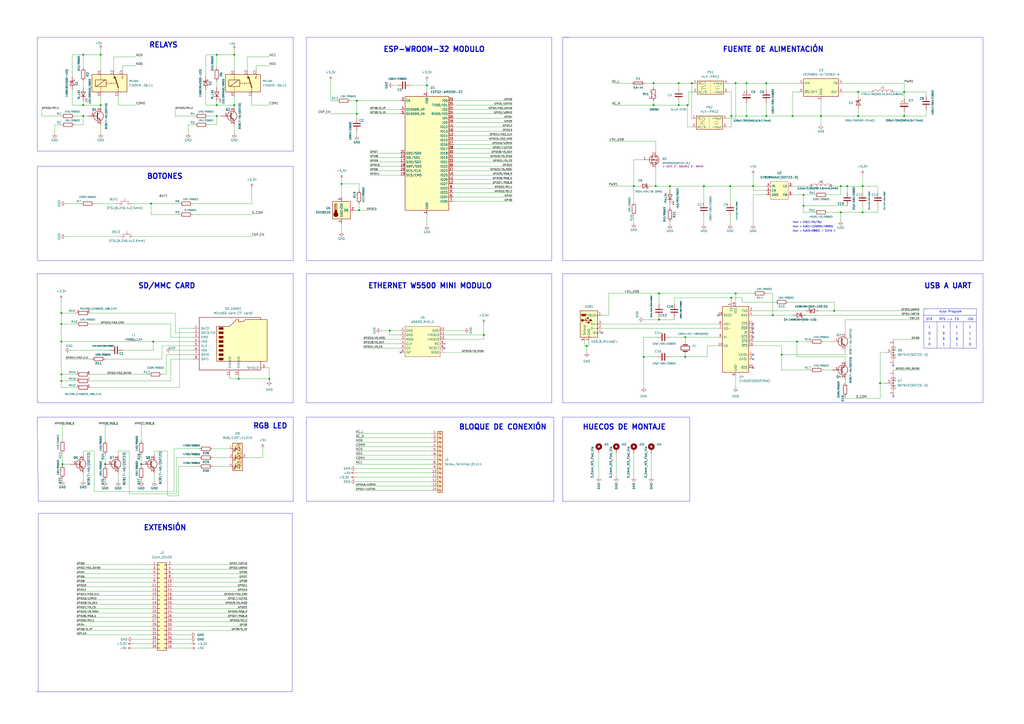
<source format=kicad_sch>
(kicad_sch (version 20230121) (generator eeschema)
  (paper "A2")
  (title_block (title "GATEWAY IOT ESP32") (date "2022-09-27") (rev "v2.1") (company "IOTHOST"))
  (lib_symbols
    (symbol "Connector:Micro_SD_Card" (pin_names (offset 1.016))
      (property "Reference" "J" (at -16.51 15.24 0))
      (property "Value" "Micro_SD_Card" (at 16.51 15.24 0))
      (symbol "Micro_SD_Card_1_1"
        (pin bidirectional line (at -22.86 7.62 0) (length 3.81) (name "DAT2") (number "1"))
        (pin passive line (at 3.81 -20.32 90) (length 3.81) (name "CHASIS") (number "10"))
        (pin passive line (at -1.27 -20.32 90) (length 3.81) (name "CHASIS") (number "11"))
        (pin bidirectional line (at -22.86 5.08 0) (length 3.81) (name "DAT3/CD") (number "2"))
        (pin input line (at -22.86 2.54 0) (length 3.81) (name "CMD") (number "3"))
        (pin power_in line (at -22.86 0 0) (length 3.81) (name "VDD") (number "4"))
        (pin input line (at -22.86 -2.54 0) (length 3.81) (name "CLK") (number "5"))
        (pin power_in line (at -22.86 -5.08 0) (length 3.81) (name "VSS") (number "6"))
        (pin bidirectional line (at -22.86 -7.62 0) (length 3.81) (name "DAT0") (number "7"))
        (pin bidirectional line (at -22.86 -10.16 0) (length 3.81) (name "DAT1") (number "8"))
        (pin passive line (at 20.32 -15.24 180) (length 3.81) (name "SHIELD") (number "9"))
      )
    )
    (symbol "Connector:Screw_Terminal_01x14" (pin_names (offset 1.016) hide)
      (property "Reference" "J" (at 0 17.78 0))
      (property "Value" "Screw_Terminal_01x14" (at 0 -20.32 0))
      (symbol "Screw_Terminal_01x14_1_1"
        (pin passive line (at -5.08 15.24 0) (length 3.81) (name "Pin_1") (number "1"))
        (pin passive line (at -5.08 -7.62 0) (length 3.81) (name "Pin_10") (number "10"))
        (pin passive line (at -5.08 -10.16 0) (length 3.81) (name "Pin_11") (number "11"))
        (pin passive line (at -5.08 -12.7 0) (length 3.81) (name "Pin_12") (number "12"))
        (pin passive line (at -5.08 -15.24 0) (length 3.81) (name "Pin_13") (number "13"))
        (pin passive line (at -5.08 -17.78 0) (length 3.81) (name "Pin_14") (number "14"))
        (pin passive line (at -5.08 12.7 0) (length 3.81) (name "Pin_2") (number "2"))
        (pin passive line (at -5.08 10.16 0) (length 3.81) (name "Pin_3") (number "3"))
        (pin passive line (at -5.08 7.62 0) (length 3.81) (name "Pin_4") (number "4"))
        (pin passive line (at -5.08 5.08 0) (length 3.81) (name "Pin_5") (number "5"))
        (pin passive line (at -5.08 2.54 0) (length 3.81) (name "Pin_6") (number "6"))
        (pin passive line (at -5.08 0 0) (length 3.81) (name "Pin_7") (number "7"))
        (pin passive line (at -5.08 -2.54 0) (length 3.81) (name "Pin_8") (number "8"))
        (pin passive line (at -5.08 -5.08 0) (length 3.81) (name "Pin_9") (number "9"))
      )
    )
    (symbol "Connector:USB_B_Micro" (pin_names (offset 1.016))
      (property "Reference" "J" (at -5.08 11.43 0))
      (property "Value" "USB_B_Micro" (at -5.08 8.89 0))
      (symbol "USB_B_Micro_1_1"
        (pin power_out line (at 7.62 5.08 180) (length 2.54) (name "VBUS") (number "1"))
        (pin bidirectional line (at 7.62 -2.54 180) (length 2.54) (name "D-") (number "2"))
        (pin bidirectional line (at 7.62 0 180) (length 2.54) (name "D+") (number "3"))
        (pin passive line (at 7.62 -5.08 180) (length 2.54) (name "ID") (number "4"))
        (pin power_out line (at 0 -10.16 90) (length 2.54) (name "GND") (number "5"))
        (pin passive line (at -2.54 -10.16 90) (length 2.54) (name "Shield") (number "6"))
      )
    )
    (symbol "Connector_Generic:Conn_02x20_Odd_Even" (pin_names (offset 1.016) hide)
      (property "Reference" "J" (at 1.27 25.4 0))
      (property "Value" "Conn_02x20_Odd_Even" (at 1.27 -27.94 0))
      (symbol "Conn_02x20_Odd_Even_1_1"
        (pin passive line (at -5.08 22.86 0) (length 3.81) (name "Pin_1") (number "1"))
        (pin passive line (at 7.62 12.7 180) (length 3.81) (name "Pin_10") (number "10"))
        (pin passive line (at -5.08 10.16 0) (length 3.81) (name "Pin_11") (number "11"))
        (pin passive line (at 7.62 10.16 180) (length 3.81) (name "Pin_12") (number "12"))
        (pin passive line (at -5.08 7.62 0) (length 3.81) (name "Pin_13") (number "13"))
        (pin passive line (at 7.62 7.62 180) (length 3.81) (name "Pin_14") (number "14"))
        (pin passive line (at -5.08 5.08 0) (length 3.81) (name "Pin_15") (number "15"))
        (pin passive line (at 7.62 5.08 180) (length 3.81) (name "Pin_16") (number "16"))
        (pin passive line (at -5.08 2.54 0) (length 3.81) (name "Pin_17") (number "17"))
        (pin passive line (at 7.62 2.54 180) (length 3.81) (name "Pin_18") (number "18"))
        (pin passive line (at -5.08 0 0) (length 3.81) (name "Pin_19") (number "19"))
        (pin passive line (at 7.62 22.86 180) (length 3.81) (name "Pin_2") (number "2"))
        (pin passive line (at 7.62 0 180) (length 3.81) (name "Pin_20") (number "20"))
        (pin passive line (at -5.08 -2.54 0) (length 3.81) (name "Pin_21") (number "21"))
        (pin passive line (at 7.62 -2.54 180) (length 3.81) (name "Pin_22") (number "22"))
        (pin passive line (at -5.08 -5.08 0) (length 3.81) (name "Pin_23") (number "23"))
        (pin passive line (at 7.62 -5.08 180) (length 3.81) (name "Pin_24") (number "24"))
        (pin passive line (at -5.08 -7.62 0) (length 3.81) (name "Pin_25") (number "25"))
        (pin passive line (at 7.62 -7.62 180) (length 3.81) (name "Pin_26") (number "26"))
        (pin passive line (at -5.08 -10.16 0) (length 3.81) (name "Pin_27") (number "27"))
        (pin passive line (at 7.62 -10.16 180) (length 3.81) (name "Pin_28") (number "28"))
        (pin passive line (at -5.08 -12.7 0) (length 3.81) (name "Pin_29") (number "29"))
        (pin passive line (at -5.08 20.32 0) (length 3.81) (name "Pin_3") (number "3"))
        (pin passive line (at 7.62 -12.7 180) (length 3.81) (name "Pin_30") (number "30"))
        (pin passive line (at -5.08 -15.24 0) (length 3.81) (name "Pin_31") (number "31"))
        (pin passive line (at 7.62 -15.24 180) (length 3.81) (name "Pin_32") (number "32"))
        (pin passive line (at -5.08 -17.78 0) (length 3.81) (name "Pin_33") (number "33"))
        (pin passive line (at 7.62 -17.78 180) (length 3.81) (name "Pin_34") (number "34"))
        (pin passive line (at -5.08 -20.32 0) (length 3.81) (name "Pin_35") (number "35"))
        (pin passive line (at 7.62 -20.32 180) (length 3.81) (name "Pin_36") (number "36"))
        (pin passive line (at -5.08 -22.86 0) (length 3.81) (name "Pin_37") (number "37"))
        (pin passive line (at 7.62 -22.86 180) (length 3.81) (name "Pin_38") (number "38"))
        (pin passive line (at -5.08 -25.4 0) (length 3.81) (name "Pin_39") (number "39"))
        (pin passive line (at 7.62 20.32 180) (length 3.81) (name "Pin_4") (number "4"))
        (pin passive line (at 7.62 -25.4 180) (length 3.81) (name "Pin_40") (number "40"))
        (pin passive line (at -5.08 17.78 0) (length 3.81) (name "Pin_5") (number "5"))
        (pin passive line (at 7.62 17.78 180) (length 3.81) (name "Pin_6") (number "6"))
        (pin passive line (at -5.08 15.24 0) (length 3.81) (name "Pin_7") (number "7"))
        (pin passive line (at 7.62 15.24 180) (length 3.81) (name "Pin_8") (number "8"))
        (pin passive line (at -5.08 12.7 0) (length 3.81) (name "Pin_9") (number "9"))
      )
    )
    (symbol "Converter_ACDC:HLK-PM12"
      (property "Reference" "PS" (at 0 5.08 0))
      (property "Value" "HLK-PM12" (at 0 -5.08 0))
      (symbol "HLK-PM12_1_1"
        (pin power_in line (at -10.16 2.54 0) (length 2.54) (name "AC/L") (number "1"))
        (pin power_in line (at -10.16 -2.54 0) (length 2.54) (name "AC/N") (number "2"))
        (pin power_out line (at 10.16 -2.54 180) (length 2.54) (name "-Vout") (number "3"))
        (pin power_out line (at 10.16 2.54 180) (length 2.54) (name "+Vout") (number "4"))
      )
    )
    (symbol "Device:C" (pin_numbers hide) (pin_names (offset 0.254))
      (property "Reference" "C" (at 0.635 2.54 0))
      (property "Value" "C" (at 0.635 -2.54 0))
      (symbol "C_1_1"
        (pin passive line (at 0 3.81 270) (length 2.794) (name "~") (number "1"))
        (pin passive line (at 0 -3.81 90) (length 2.794) (name "~") (number "2"))
      )
    )
    (symbol "Device:C_Polarized" (pin_numbers hide) (pin_names (offset 0.254))
      (property "Reference" "C" (at 0.635 2.54 0))
      (property "Value" "C_Polarized" (at 0.635 -2.54 0))
      (symbol "C_Polarized_1_1"
        (pin passive line (at 0 3.81 270) (length 2.794) (name "~") (number "1"))
        (pin passive line (at 0 -3.81 90) (length 2.794) (name "~") (number "2"))
      )
    )
    (symbol "Device:Crystal" (pin_numbers hide) (pin_names (offset 1.016) hide)
      (property "Reference" "Y" (at 0 3.81 0))
      (property "Value" "Crystal" (at 0 -3.81 0))
      (symbol "Crystal_1_1"
        (pin passive line (at -3.81 0 0) (length 1.27) (name "1") (number "1"))
        (pin passive line (at 3.81 0 180) (length 1.27) (name "2") (number "2"))
      )
    )
    (symbol "Device:D_Schottky" (pin_numbers hide) (pin_names (offset 1.016) hide)
      (property "Reference" "D" (at 0 2.54 0))
      (property "Value" "D_Schottky" (at 0 -2.54 0))
      (symbol "D_Schottky_1_1"
        (pin passive line (at -3.81 0 0) (length 2.54) (name "K") (number "1"))
        (pin passive line (at 3.81 0 180) (length 2.54) (name "A") (number "2"))
      )
    )
    (symbol "Device:Fuse" (pin_numbers hide) (pin_names (offset 0))
      (property "Reference" "F" (at 2.032 0 90))
      (property "Value" "Fuse" (at -1.905 0 90))
      (symbol "Fuse_1_1"
        (pin passive line (at 0 3.81 270) (length 1.27) (name "~") (number "1"))
        (pin passive line (at 0 -3.81 90) (length 1.27) (name "~") (number "2"))
      )
    )
    (symbol "Device:L" (pin_numbers hide) (pin_names (offset 1.016) hide)
      (property "Reference" "L" (at -1.27 0 90))
      (property "Value" "L" (at 1.905 0 90))
      (symbol "L_1_1"
        (pin passive line (at 0 3.81 270) (length 1.27) (name "1") (number "1"))
        (pin passive line (at 0 -3.81 90) (length 1.27) (name "2") (number "2"))
      )
    )
    (symbol "Device:LED" (pin_numbers hide) (pin_names (offset 1.016) hide)
      (property "Reference" "D" (at 0 2.54 0))
      (property "Value" "LED" (at 0 -2.54 0))
      (symbol "LED_1_1"
        (pin passive line (at -3.81 0 0) (length 2.54) (name "K") (number "1"))
        (pin passive line (at 3.81 0 180) (length 2.54) (name "A") (number "2"))
      )
    )
    (symbol "Device:LED_RGAB" (pin_names (offset 0) hide)
      (property "Reference" "D" (at 0 9.398 0))
      (property "Value" "LED_RGAB" (at 0 -8.89 0))
      (symbol "LED_RGAB_0_0"
        (text "B" (at -1.905 -6.35 0) (effects (font (size 1.27 1.27))))
        (text "G" (at -1.905 -1.27 0) (effects (font (size 1.27 1.27))))
        (text "R" (at -1.905 3.81 0) (effects (font (size 1.27 1.27))))
      )
      (symbol "LED_RGAB_1_1"
        (pin passive line (at -5.08 5.08 0) (length 2.54) (name "RK") (number "1"))
        (pin passive line (at -5.08 0 0) (length 2.54) (name "GK") (number "2"))
        (pin passive line (at 5.08 0 180) (length 2.54) (name "A") (number "3"))
        (pin passive line (at -5.08 -5.08 0) (length 2.54) (name "BK") (number "4"))
      )
    )
    (symbol "Device:Q_PMOS_GDS" (pin_names (offset 0) hide)
      (property "Reference" "Q" (at 5.08 1.27 0))
      (property "Value" "Q_PMOS_GDS" (at 5.08 -1.27 0))
      (symbol "Q_PMOS_GDS_1_1"
        (pin input line (at -5.08 0 0) (length 2.54) (name "G") (number "1"))
        (pin passive line (at 2.54 5.08 270) (length 2.54) (name "D") (number "2"))
        (pin passive line (at 2.54 -5.08 90) (length 2.54) (name "S") (number "3"))
      )
    )
    (symbol "Device:R" (pin_numbers hide) (pin_names (offset 0))
      (property "Reference" "R" (at 2.032 0 90))
      (property "Value" "R" (at 0 0 90))
      (symbol "R_1_1"
        (pin passive line (at 0 3.81 270) (length 1.27) (name "~") (number "1"))
        (pin passive line (at 0 -3.81 90) (length 1.27) (name "~") (number "2"))
      )
    )
    (symbol "Device:R_Pack04_Split" (pin_names (offset 0) hide)
      (property "Reference" "RN" (at 2.032 0 90))
      (property "Value" "R_Pack04_Split" (at 0 0 90))
      (symbol "R_Pack04_Split_1_1"
        (pin passive line (at 0 -3.81 90) (length 1.27) (name "R1.1") (number "1"))
        (pin passive line (at 0 3.81 270) (length 1.27) (name "R1.2") (number "8"))
      )
      (symbol "R_Pack04_Split_2_1"
        (pin passive line (at 0 -3.81 90) (length 1.27) (name "R2.1") (number "2"))
        (pin passive line (at 0 3.81 270) (length 1.27) (name "R2.2") (number "7"))
      )
      (symbol "R_Pack04_Split_3_1"
        (pin passive line (at 0 -3.81 90) (length 1.27) (name "R3.1") (number "3"))
        (pin passive line (at 0 3.81 270) (length 1.27) (name "R3.2") (number "6"))
      )
      (symbol "R_Pack04_Split_4_1"
        (pin passive line (at 0 -3.81 90) (length 1.27) (name "R4.1") (number "4"))
        (pin passive line (at 0 3.81 270) (length 1.27) (name "R4.2") (number "5"))
      )
    )
    (symbol "Device:Varistor" (pin_numbers hide) (pin_names (offset 0))
      (property "Reference" "RV" (at 3.175 0 90))
      (property "Value" "Varistor" (at -3.175 0 90))
      (symbol "Varistor_0_0"
        (text "U" (at -1.778 -2.032 0) (effects (font (size 1.27 1.27))))
      )
      (symbol "Varistor_1_1"
        (pin passive line (at 0 3.81 270) (length 1.27) (name "~") (number "1"))
        (pin passive line (at 0 -3.81 90) (length 1.27) (name "~") (number "2"))
      )
    )
    (symbol "Diode:1N5819" (pin_numbers hide) (pin_names (offset 1.016) hide)
      (property "Reference" "D" (at 0 2.54 0))
      (property "Value" "1N5819" (at 0 -2.54 0))
      (symbol "1N5819_1_1"
        (pin passive line (at -3.81 0 0) (length 2.54) (name "K") (number "1"))
        (pin passive line (at 3.81 0 180) (length 2.54) (name "A") (number "2"))
      )
    )
    (symbol "Diode:BAT54C" (pin_names (offset 1.016))
      (property "Reference" "D" (at 0.635 -3.81 0))
      (property "Value" "BAT54C" (at -6.35 3.175 0))
      (symbol "BAT54C_1_1"
        (pin passive line (at -7.62 0 0) (length 3.81) (name "~") (number "1"))
        (pin passive line (at 7.62 0 180) (length 3.81) (name "~") (number "2"))
        (pin passive line (at 0 -5.08 90) (length 5.08) (name "~") (number "3"))
      )
    )
    (symbol "Interface_Ethernet:W5500_MINI_E"
      (property "Reference" "U" (at 0 15.24 0))
      (property "Value" "W5500_MINI_E" (at 5.08 12.7 0))
      (symbol "W5500_MINI_E_1_1"
        (pin power_in line (at -12.7 7.62 0) (length 2.54) (name "GND") (number "1"))
        (pin power_in line (at 12.7 2.54 180) (length 2.54) (name "VIN3V3") (number "10"))
        (pin power_in line (at 12.7 5.08 180) (length 2.54) (name "VIN3V3") (number "11"))
        (pin power_in line (at 12.7 7.62 180) (length 2.54) (name "GND") (number "12"))
        (pin power_in line (at -12.7 5.08 0) (length 2.54) (name "GND") (number "2"))
        (pin bidirectional line (at -12.7 2.54 0) (length 2.54) (name "MOSI") (number "3"))
        (pin bidirectional line (at -12.7 0 0) (length 2.54) (name "CLK") (number "4"))
        (pin bidirectional line (at -12.7 -2.54 0) (length 2.54) (name "CS") (number "5"))
        (pin bidirectional line (at -12.7 -5.08 0) (length 2.54) (name "INT") (number "6"))
        (pin bidirectional line (at 12.7 -5.08 180) (length 2.54) (name "MISO") (number "7"))
        (pin bidirectional line (at 12.7 -2.54 180) (length 2.54) (name "RESET") (number "8"))
        (pin no_connect line (at 12.7 0 180) (length 2.54) (name "NC") (number "9"))
      )
    )
    (symbol "Interface_USB:CH340T"
      (property "Reference" "U" (at -7.62 22.86 0))
      (property "Value" "CH340T" (at 7.62 22.86 0))
      (symbol "CH340T_1_1"
        (pin output line (at 10.16 -7.62 180) (length 2.54) (name "CKOH") (number "1"))
        (pin output line (at -10.16 -2.54 0) (length 2.54) (name "XO") (number "10"))
        (pin input line (at 10.16 10.16 180) (length 2.54) (name "~{CTS}") (number "11"))
        (pin input line (at 10.16 7.62 180) (length 2.54) (name "~{DSR}") (number "12"))
        (pin input line (at 10.16 5.08 180) (length 2.54) (name "~{RI}") (number "13"))
        (pin input line (at 10.16 2.54 180) (length 2.54) (name "~{DCD}") (number "14"))
        (pin output line (at 10.16 0 180) (length 2.54) (name "~{DTR}") (number "15"))
        (pin output line (at 10.16 -2.54 180) (length 2.54) (name "~{RTS}") (number "16"))
        (pin no_connect line (at -7.62 -7.62 0) (length 2.54) hide (name "NC") (number "17"))
        (pin input line (at -10.16 15.24 0) (length 2.54) (name "R232") (number "18"))
        (pin power_in line (at 0 22.86 270) (length 2.54) (name "VCC") (number "19"))
        (pin output line (at 10.16 -10.16 180) (length 2.54) (name "CKOL") (number "2"))
        (pin input line (at 10.16 -15.24 180) (length 2.54) (name "~{NOS}") (number "20"))
        (pin output line (at 10.16 17.78 180) (length 2.54) (name "TXD") (number "3"))
        (pin input line (at 10.16 15.24 180) (length 2.54) (name "RXD") (number "4"))
        (pin passive line (at -2.54 22.86 270) (length 2.54) (name "V3") (number "5"))
        (pin bidirectional line (at -10.16 10.16 0) (length 2.54) (name "UD+") (number "6"))
        (pin bidirectional line (at -10.16 7.62 0) (length 2.54) (name "UD-") (number "7"))
        (pin power_in line (at 0 -20.32 90) (length 2.54) (name "GND") (number "8"))
        (pin input line (at -10.16 2.54 0) (length 2.54) (name "XI") (number "9"))
      )
    )
    (symbol "MIOS_Library:SY8089AAAC"
      (property "Reference" "U2" (at 0 10.16 0))
      (property "Value" "SY8089AAAC(SOT23-5)" (at 0 7.62 0))
      (symbol "SY8089AAAC_1_1"
        (pin input line (at -7.62 0 0) (length 2.54) (name "EN") (number "1"))
        (pin power_in line (at -7.62 -2.54 0) (length 2.54) (name "GND") (number "2"))
        (pin power_out line (at 7.62 2.54 180) (length 2.54) (name "LX") (number "3"))
        (pin power_in line (at -7.62 2.54 0) (length 2.54) (name "IN") (number "4"))
        (pin input line (at 7.62 -2.54 180) (length 2.54) (name "FB") (number "5"))
      )
    )
    (symbol "Mechanical:MountingHole_Pad" (pin_numbers hide) (pin_names (offset 1.016) hide)
      (property "Reference" "H" (at 0 6.35 0))
      (property "Value" "MountingHole_Pad" (at 0 4.445 0))
      (symbol "MountingHole_Pad_1_1"
        (pin input line (at 0 -2.54 90) (length 2.54) (name "1") (number "1"))
      )
    )
    (symbol "RF_Module:ESP32-WROOM-32"
      (property "Reference" "U" (at -12.7 34.29 0))
      (property "Value" "ESP32-WROOM-32" (at 1.27 34.29 0))
      (symbol "ESP32-WROOM-32_1_1"
        (pin power_in line (at 0 -35.56 90) (length 2.54) (name "GND") (number "1"))
        (pin bidirectional line (at 15.24 -12.7 180) (length 2.54) (name "IO25") (number "10"))
        (pin bidirectional line (at 15.24 -15.24 180) (length 2.54) (name "IO26") (number "11"))
        (pin bidirectional line (at 15.24 -17.78 180) (length 2.54) (name "IO27") (number "12"))
        (pin bidirectional line (at 15.24 10.16 180) (length 2.54) (name "IO14") (number "13"))
        (pin bidirectional line (at 15.24 15.24 180) (length 2.54) (name "IO12") (number "14"))
        (pin passive line (at 0 -35.56 90) (length 2.54) hide (name "GND") (number "15"))
        (pin bidirectional line (at 15.24 12.7 180) (length 2.54) (name "IO13") (number "16"))
        (pin bidirectional line (at -15.24 -5.08 0) (length 2.54) (name "SHD/SD2") (number "17"))
        (pin bidirectional line (at -15.24 -7.62 0) (length 2.54) (name "SWP/SD3") (number "18"))
        (pin bidirectional line (at -15.24 -12.7 0) (length 2.54) (name "SCS/CMD") (number "19"))
        (pin power_in line (at 0 35.56 270) (length 2.54) (name "VDD") (number "2"))
        (pin bidirectional line (at -15.24 -10.16 0) (length 2.54) (name "SCK/CLK") (number "20"))
        (pin bidirectional line (at -15.24 0 0) (length 2.54) (name "SDO/SD0") (number "21"))
        (pin bidirectional line (at -15.24 -2.54 0) (length 2.54) (name "SDI/SD1") (number "22"))
        (pin bidirectional line (at 15.24 7.62 180) (length 2.54) (name "IO15") (number "23"))
        (pin bidirectional line (at 15.24 25.4 180) (length 2.54) (name "IO2") (number "24"))
        (pin bidirectional line (at 15.24 30.48 180) (length 2.54) (name "IO0") (number "25"))
        (pin bidirectional line (at 15.24 20.32 180) (length 2.54) (name "IO4") (number "26"))
        (pin bidirectional line (at 15.24 5.08 180) (length 2.54) (name "IO16") (number "27"))
        (pin bidirectional line (at 15.24 2.54 180) (length 2.54) (name "IO17") (number "28"))
        (pin bidirectional line (at 15.24 17.78 180) (length 2.54) (name "IO5") (number "29"))
        (pin input line (at -15.24 30.48 0) (length 2.54) (name "EN") (number "3"))
        (pin bidirectional line (at 15.24 0 180) (length 2.54) (name "IO18") (number "30"))
        (pin bidirectional line (at 15.24 -2.54 180) (length 2.54) (name "IO19") (number "31"))
        (pin no_connect line (at -12.7 -27.94 0) (length 2.54) hide (name "NC") (number "32"))
        (pin bidirectional line (at 15.24 -5.08 180) (length 2.54) (name "IO21") (number "33"))
        (pin bidirectional line (at 15.24 22.86 180) (length 2.54) (name "RXD0/IO3") (number "34"))
        (pin bidirectional line (at 15.24 27.94 180) (length 2.54) (name "TXD0/IO1") (number "35"))
        (pin bidirectional line (at 15.24 -7.62 180) (length 2.54) (name "IO22") (number "36"))
        (pin bidirectional line (at 15.24 -10.16 180) (length 2.54) (name "IO23") (number "37"))
        (pin passive line (at 0 -35.56 90) (length 2.54) hide (name "GND") (number "38"))
        (pin passive line (at 0 -35.56 90) (length 2.54) hide (name "GND") (number "39"))
        (pin input line (at -15.24 25.4 0) (length 2.54) (name "SENSOR_VP") (number "4"))
        (pin input line (at -15.24 22.86 0) (length 2.54) (name "SENSOR_VN") (number "5"))
        (pin input line (at 15.24 -25.4 180) (length 2.54) (name "IO34") (number "6"))
        (pin input line (at 15.24 -27.94 180) (length 2.54) (name "IO35") (number "7"))
        (pin bidirectional line (at 15.24 -20.32 180) (length 2.54) (name "IO32") (number "8"))
        (pin bidirectional line (at 15.24 -22.86 180) (length 2.54) (name "IO33") (number "9"))
      )
    )
    (symbol "Regulator_Switching:LM2596S-5"
      (property "Reference" "U" (at -10.16 6.35 0))
      (property "Value" "LM2596S-5" (at 0 6.35 0))
      (symbol "LM2596S-5_1_1"
        (pin power_in line (at -12.7 2.54 0) (length 2.54) (name "VIN") (number "1"))
        (pin output line (at 12.7 -2.54 180) (length 2.54) (name "OUT") (number "2"))
        (pin power_in line (at 0 -7.62 90) (length 2.54) (name "GND") (number "3"))
        (pin input line (at 12.7 2.54 180) (length 2.54) (name "FB") (number "4"))
        (pin input line (at -12.7 -2.54 0) (length 2.54) (name "~{ON}/OFF") (number "5"))
      )
    )
    (symbol "Relay:FINDER-36.11"
      (property "Reference" "K" (at 11.43 3.81 0))
      (property "Value" "FINDER-36.11" (at 11.43 1.27 0))
      (symbol "FINDER-36.11_1_1"
        (pin passive line (at 5.08 -7.62 90) (length 2.54) (name "~") (number "11"))
        (pin passive line (at 2.54 7.62 270) (length 2.54) (name "~") (number "12"))
        (pin passive line (at 7.62 7.62 270) (length 2.54) (name "~") (number "14"))
        (pin passive line (at -5.08 7.62 270) (length 2.54) (name "~") (number "A1"))
        (pin passive line (at -5.08 -7.62 90) (length 2.54) (name "~") (number "A2"))
      )
    )
    (symbol "Sensor_Temperature:DS18S20" (pin_names (offset 1.016))
      (property "Reference" "U" (at -3.81 6.35 0))
      (property "Value" "DS18S20" (at 6.35 6.35 0))
      (symbol "DS18S20_1_1"
        (pin power_in line (at 0 -7.62 90) (length 2.54) (name "GND") (number "1"))
        (pin bidirectional line (at 7.62 0 180) (length 2.54) (name "DQ") (number "2"))
        (pin power_in line (at 0 7.62 270) (length 2.54) (name "VDD") (number "3"))
      )
    )
    (symbol "Switch:SW_Push" (pin_numbers hide) (pin_names (offset 1.016) hide)
      (property "Reference" "SW" (at 1.27 2.54 0))
      (property "Value" "SW_Push" (at 0 -1.524 0))
      (symbol "SW_Push_0_1"
        (pin passive line (at -5.08 0 0) (length 2.54) (name "1") (number "1"))
        (pin passive line (at 5.08 0 180) (length 2.54) (name "2") (number "2"))
      )
    )
    (symbol "Transistor_BJT:BC817" (pin_names (offset 0) hide)
      (property "Reference" "Q" (at 5.08 1.905 0))
      (property "Value" "BC817" (at 5.08 0 0))
      (symbol "BC817_1_1"
        (pin input line (at -5.08 0 0) (length 5.715) (name "B") (number "1"))
        (pin passive line (at 2.54 -5.08 90) (length 2.54) (name "E") (number "2"))
        (pin passive line (at 2.54 5.08 270) (length 2.54) (name "C") (number "3"))
      )
    )
    (symbol "power:+3.3V" (power) (pin_names (offset 0))
      (property "Value" "+3.3V" (at 0 3.556 0))
      (symbol "+3.3V_1_1"
        (pin power_in line (at 0 0 90) (length 0) hide (name "+3.3V") (number "1"))
      )
    )
    (symbol "power:+5V" (power) (pin_names (offset 0))
      (property "Value" "+5V" (at 0 3.556 0))
      (symbol "+5V_1_1"
        (pin power_in line (at 0 0 90) (length 0) hide (name "+5V") (number "1"))
      )
    )
    (symbol "power:GND" (power) (pin_names (offset 0))
      (property "Value" "GND" (at 0 -3.81 0))
      (symbol "GND_1_1"
        (pin power_in line (at 0 0 270) (length 0) hide (name "GND") (number "1"))
      )
    )
    (symbol "pspice:INDUCTOR" (pin_numbers hide) (pin_names (offset 0))
      (property "Reference" "L" (at 0 2.54 0))
      (property "Value" "INDUCTOR" (at 0 -1.27 0))
      (symbol "INDUCTOR_1_1"
        (pin input line (at -6.35 0 0) (length 1.27) (name "1") (number "1"))
        (pin input line (at 6.35 0 180) (length 1.27) (name "2") (number "2"))
      )
    )
  )
  (junction (at 48.26 67.31))
  (junction (at 340.36 200.66))
  (junction (at 408.305 107.95))
  (junction (at 397.51 195.58))
  (junction (at 397.51 207.01))
  (junction (at 35.56 198.12))
  (junction (at 448.31 182.88))
  (junction (at 524.51 53.34))
  (junction (at 379.095 60.96))
  (junction (at 60.96 269.24))
  (junction (at 382.27 185.42))
  (junction (at 487.68 123.19))
  (junction (at 367.665 107.95))
  (junction (at 423.545 107.95))
  (junction (at 58.42 60.96))
  (junction (at 510.54 222.25))
  (junction (at 466.09 113.03))
  (junction (at 487.68 107.95))
  (junction (at 388.62 107.95))
  (junction (at 500.38 123.19))
  (junction (at 138.43 219.71))
  (junction (at 444.5 67.31))
  (junction (at 453.39 205.74))
  (junction (at 207.01 66.04))
  (junction (at 48.26 60.96))
  (junction (at 280.67 194.31))
  (junction (at 393.7 48.26))
  (junction (at 497.84 53.34))
  (junction (at 247.65 49.53))
  (junction (at 424.18 172.72))
  (junction (at 373.38 207.01))
  (junction (at 208.28 121.92))
  (junction (at 476.25 67.31))
  (junction (at 444.5 48.26))
  (junction (at 491.49 107.95))
  (junction (at 87.63 118.11))
  (junction (at 433.07 67.31))
  (junction (at 81.915 269.24))
  (junction (at 466.09 119.38))
  (junction (at 88.9 198.12))
  (junction (at 382.27 170.18))
  (junction (at 433.07 48.26))
  (junction (at 135.89 60.96))
  (junction (at 459.74 67.31))
  (junction (at 35.56 181.61))
  (junction (at 426.72 170.18))
  (junction (at 58.42 31.75))
  (junction (at 380.365 107.95))
  (junction (at 398.78 60.96))
  (junction (at 156.21 219.71))
  (junction (at 35.56 220.98))
  (junction (at 497.84 67.31))
  (junction (at 379.095 48.26))
  (junction (at 125.73 67.31))
  (junction (at 35.56 217.17))
  (junction (at 35.56 187.96))
  (junction (at 48.26 31.75))
  (junction (at 424.18 67.31))
  (junction (at 125.73 60.96))
  (junction (at 436.88 107.95))
  (junction (at 426.72 48.26))
  (junction (at 393.7 60.96))
  (junction (at 36.195 269.24))
  (junction (at 462.28 198.12))
  (junction (at 226.06 191.77))
  (junction (at 207.01 58.42))
  (junction (at 483.87 180.34))
  (junction (at 125.73 31.75))
  (junction (at 401.32 48.26))
  (junction (at 500.38 107.95))
  (junction (at 198.12 106.68))
  (junction (at 524.51 67.31))
  (junction (at 135.89 31.75))
  (no_connect (at 257.81 201.93))
  (no_connect (at 518.16 212.09))
  (no_connect (at 518.16 229.87))
  (no_connect (at 436.88 193.04))
  (no_connect (at 436.88 187.96))
  (no_connect (at 436.88 190.5))
  (no_connect (at 436.88 195.58))
  (no_connect (at 436.88 213.36))
  (no_connect (at 436.88 208.28))
  (no_connect (at 436.88 205.74))
  (no_connect (at 416.56 182.88))
  (no_connect (at 349.25 193.04))
  (no_connect (at 232.41 204.47))
  (wire (pts (xy 125.73 31.75) (xy 135.89 31.75)))
  (wire (pts (xy 476.25 67.31) (xy 459.74 67.31)))
  (wire (pts (xy 43.18 67.31) (xy 48.26 67.31)))
  (wire (pts (xy 58.42 72.39) (xy 58.42 77.47)))
  (wire (pts (xy 401.32 48.26) (xy 401.955 48.26)))
  (wire (pts (xy 491.49 107.95) (xy 487.68 107.95)))
  (wire (pts (xy 93.98 200.66) (xy 93.98 208.28)))
  (wire (pts (xy 48.26 60.96) (xy 58.42 60.96)))
  (wire (pts (xy 87.63 118.11) (xy 104.14 118.11)))
  (wire (pts (xy 41.91 60.96) (xy 48.26 60.96)))
  (wire (pts (xy 448.31 170.18) (xy 448.31 182.88)))
  (wire (pts (xy 491.49 107.95) (xy 491.49 111.76)))
  (wire (pts (xy 48.26 31.75) (xy 58.42 31.75)))
  (wire (pts (xy 262.89 99.06) (xy 297.18 99.06)))
  (wire (pts (xy 500.38 101.6) (xy 500.38 107.95)))
  (wire (pts (xy 381 195.58) (xy 373.38 195.58)))
  (polyline (pts (xy 21.59 241.935) (xy 22.225 290.83)))
  (wire (pts (xy 104.14 190.5) (xy 104.14 224.79)))
  (wire (pts (xy 100.33 353.06) (xy 143.51 353.06)))
  (wire (pts (xy 52.07 217.17) (xy 86.36 217.17)))
  (wire (pts (xy 206.375 254) (xy 250.19 254)))
  (wire (pts (xy 436.88 182.88) (xy 448.31 182.88)))
  (wire (pts (xy 490.22 205.74) (xy 453.39 205.74)))
  (wire (pts (xy 74.93 286.385) (xy 102.235 286.385)))
  (wire (pts (xy 262.89 83.82) (xy 297.18 83.82)))
  (wire (pts (xy 262.89 66.04) (xy 297.18 66.04)))
  (wire (pts (xy 436.88 101.6) (xy 436.88 107.95)))
  (wire (pts (xy 444.5 170.18) (xy 448.31 170.18)))
  (wire (pts (xy 257.81 196.85) (xy 280.67 196.85)))
  (wire (pts (xy 436.88 110.49) (xy 436.88 107.95)))
  (wire (pts (xy 393.7 48.26) (xy 401.32 48.26)))
  (wire (pts (xy 262.89 104.14) (xy 297.18 104.14)))
  (wire (pts (xy 111.76 193.04) (xy 101.6 193.04)))
  (wire (pts (xy 100.33 347.98) (xy 143.51 347.98)))
  (wire (pts (xy 97.155 261.62) (xy 97.155 287.655)))
  (wire (pts (xy 462.28 207.01) (xy 462.28 198.12)))
  (wire (pts (xy 262.89 91.44) (xy 297.18 91.44)))
  (wire (pts (xy 393.7 51.435) (xy 393.7 48.26)))
  (wire (pts (xy 262.89 58.42) (xy 297.18 58.42)))
  (wire (pts (xy 52.07 187.96) (xy 99.06 187.96)))
  (wire (pts (xy 426.72 68.58) (xy 426.72 48.26)))
  (polyline (pts (xy 543.56 186.69) (xy 543.56 201.93)))
  (wire (pts (xy 48.26 58.42) (xy 48.26 60.96)))
  (wire (pts (xy 433.07 48.26) (xy 444.5 48.26)))
  (wire (pts (xy 210.82 199.39) (xy 232.41 199.39)))
  (wire (pts (xy 123.19 265.43) (xy 132.715 265.43)))
  (wire (pts (xy 206.375 276.86) (xy 250.19 276.86)))
  (wire (pts (xy 477.52 198.12) (xy 482.6 198.12)))
  (wire (pts (xy 436.88 113.03) (xy 436.88 130.175)))
  (wire (pts (xy 111.76 205.74) (xy 96.52 205.74)))
  (wire (pts (xy 262.89 86.36) (xy 297.18 86.36)))
  (polyline (pts (xy 170.18 158.75) (xy 170.18 233.68)))
  (wire (pts (xy 424.18 53.34) (xy 424.18 67.31)))
  (wire (pts (xy 380.365 97.79) (xy 380.365 107.95)))
  (wire (pts (xy 24.13 67.31) (xy 24.13 63.5)))
  (wire (pts (xy 398.78 60.96) (xy 393.7 60.96)))
  (wire (pts (xy 99.06 203.2) (xy 111.76 203.2)))
  (wire (pts (xy 99.06 195.58) (xy 111.76 195.58)))
  (wire (pts (xy 54.61 261.62) (xy 54.61 285.115)))
  (wire (pts (xy 426.72 170.18) (xy 436.88 170.18)))
  (wire (pts (xy 138.43 218.44) (xy 138.43 219.71)))
  (polyline (pts (xy 535.94 201.93) (xy 566.42 201.93)))
  (wire (pts (xy 154.94 213.36) (xy 156.21 213.36)))
  (wire (pts (xy 453.39 214.63) (xy 469.9 214.63)))
  (wire (pts (xy 247.65 49.53) (xy 247.65 53.34)))
  (wire (pts (xy 146.05 60.96) (xy 156.21 60.96)))
  (wire (pts (xy 103.505 270.51) (xy 115.57 270.51)))
  (wire (pts (xy 208.28 121.92) (xy 218.44 121.92)))
  (wire (pts (xy 138.43 219.71) (xy 156.21 219.71)))
  (wire (pts (xy 367.665 262.89) (xy 367.665 276.86)))
  (wire (pts (xy 410.21 207.01) (xy 410.21 200.66)))
  (wire (pts (xy 448.31 182.88) (xy 459.74 182.88)))
  (wire (pts (xy 466.09 113.03) (xy 472.44 113.03)))
  (wire (pts (xy 374.015 48.26) (xy 379.095 48.26)))
  (polyline (pts (xy 170.18 151.13) (xy 170.18 96.52)))
  (wire (pts (xy 81.28 198.12) (xy 88.9 198.12)))
  (wire (pts (xy 476.25 58.42) (xy 476.25 67.31)))
  (wire (pts (xy 44.45 342.9) (xy 87.63 342.9)))
  (wire (pts (xy 214.63 91.44) (xy 232.41 91.44)))
  (wire (pts (xy 81.915 278.13) (xy 81.915 279.4)))
  (wire (pts (xy 518.16 196.85) (xy 533.4 196.85)))
  (wire (pts (xy 44.45 220.98) (xy 35.56 220.98)))
  (wire (pts (xy 119.38 60.96) (xy 125.73 60.96)))
  (wire (pts (xy 388.62 107.95) (xy 388.62 110.49)))
  (wire (pts (xy 96.52 217.17) (xy 93.98 217.17)))
  (polyline (pts (xy 21.59 158.75) (xy 21.59 233.68)))
  (wire (pts (xy 93.98 208.28) (xy 60.96 208.28)))
  (wire (pts (xy 52.07 181.61) (xy 101.6 181.61)))
  (wire (pts (xy 44.45 327.66) (xy 87.63 327.66)))
  (wire (pts (xy 100.33 337.82) (xy 143.51 337.82)))
  (wire (pts (xy 373.38 185.42) (xy 382.27 185.42)))
  (wire (pts (xy 60.96 263.525) (xy 60.96 269.24)))
  (wire (pts (xy 444.5 59.69) (xy 444.5 67.31)))
  (wire (pts (xy 101.6 67.31) (xy 101.6 63.5)))
  (wire (pts (xy 367.665 125.095) (xy 367.665 129.54)))
  (wire (pts (xy 423.545 125.095) (xy 423.545 130.175)))
  (wire (pts (xy 143.51 33.02) (xy 156.21 33.02)))
  (wire (pts (xy 210.82 201.93) (xy 232.41 201.93)))
  (wire (pts (xy 40.64 269.24) (xy 36.195 269.24)))
  (wire (pts (xy 490.22 209.55) (xy 490.22 207.01)))
  (wire (pts (xy 382.27 170.18) (xy 353.06 170.18)))
  (wire (pts (xy 36.195 246.38) (xy 43.18 246.38)))
  (wire (pts (xy 88.9 203.2) (xy 88.9 198.12)))
  (wire (pts (xy 497.84 53.34) (xy 505.46 53.34)))
  (wire (pts (xy 453.39 200.66) (xy 453.39 205.74)))
  (wire (pts (xy 58.42 55.88) (xy 58.42 60.96)))
  (wire (pts (xy 125.73 39.37) (xy 125.73 31.75)))
  (polyline (pts (xy 21.59 21.59) (xy 170.18 21.59)))
  (wire (pts (xy 206.375 261.62) (xy 250.19 261.62)))
  (polyline (pts (xy 170.18 290.83) (xy 22.225 290.83)))
  (wire (pts (xy 99.06 220.98) (xy 52.07 220.98)))
  (wire (pts (xy 467.36 182.88) (xy 533.4 182.88)))
  (wire (pts (xy 379.095 58.42) (xy 379.095 60.96)))
  (wire (pts (xy 206.375 281.94) (xy 250.19 281.94)))
  (wire (pts (xy 40.64 203.2) (xy 63.5 203.2)))
  (wire (pts (xy 490.22 231.14) (xy 510.54 231.14)))
  (wire (pts (xy 100.33 345.44) (xy 143.51 345.44)))
  (wire (pts (xy 111.76 200.66) (xy 93.98 200.66)))
  (wire (pts (xy 399.415 60.96) (xy 398.78 60.96)))
  (wire (pts (xy 207.01 58.42) (xy 207.01 66.04)))
  (wire (pts (xy 36.195 277.495) (xy 36.195 278.765)))
  (wire (pts (xy 401.32 73.66) (xy 398.78 73.66)))
  (wire (pts (xy 103.505 287.655) (xy 103.505 270.51)))
  (wire (pts (xy 43.18 72.39) (xy 48.26 72.39)))
  (polyline (pts (xy 21.59 96.52) (xy 21.59 151.13)))
  (polyline (pts (xy 570.23 151.13) (xy 570.23 21.59)))
  (wire (pts (xy 401.32 48.26) (xy 401.32 68.58)))
  (wire (pts (xy 60.96 255.905) (xy 60.96 246.38)))
  (wire (pts (xy 459.74 113.03) (xy 466.09 113.03)))
  (polyline (pts (xy 320.04 151.13) (xy 177.8 151.13)))
  (wire (pts (xy 111.76 190.5) (xy 104.14 190.5)))
  (wire (pts (xy 36.195 262.89) (xy 36.195 269.24)))
  (wire (pts (xy 87.63 124.46) (xy 87.63 118.11)))
  (wire (pts (xy 214.63 88.9) (xy 232.41 88.9)))
  (wire (pts (xy 388.62 207.01) (xy 397.51 207.01)))
  (polyline (pts (xy 177.8 21.59) (xy 320.04 21.59)))
  (wire (pts (xy 48.26 72.39) (xy 48.26 67.31)))
  (wire (pts (xy 101.6 67.31) (xy 113.03 67.31)))
  (wire (pts (xy 466.09 119.38) (xy 491.49 119.38)))
  (wire (pts (xy 68.58 261.62) (xy 74.93 261.62)))
  (wire (pts (xy 208.28 121.92) (xy 205.74 121.92)))
  (wire (pts (xy 68.58 274.32) (xy 68.58 279.4)))
  (wire (pts (xy 89.535 264.16) (xy 89.535 261.62)))
  (wire (pts (xy 444.5 113.03) (xy 436.88 113.03)))
  (wire (pts (xy 466.09 113.03) (xy 466.09 119.38)))
  (wire (pts (xy 54.61 118.11) (xy 67.31 118.11)))
  (wire (pts (xy 421.64 73.66) (xy 424.18 73.66)))
  (wire (pts (xy 426.72 175.26) (xy 426.72 170.18)))
  (polyline (pts (xy 177.8 290.83) (xy 321.31 290.83)))
  (wire (pts (xy 487.68 113.03) (xy 487.68 107.95)))
  (wire (pts (xy 44.45 224.79) (xy 35.56 224.79)))
  (polyline (pts (xy 20.955 401.32) (xy 169.545 401.32)))
  (wire (pts (xy 262.89 68.58) (xy 297.18 68.58)))
  (wire (pts (xy 408.305 107.95) (xy 408.305 117.475)))
  (wire (pts (xy 262.89 93.98) (xy 297.18 93.98)))
  (wire (pts (xy 339.09 198.12) (xy 339.09 200.66)))
  (wire (pts (xy 500.38 107.95) (xy 491.49 107.95)))
  (wire (pts (xy 226.06 191.77) (xy 232.41 191.77)))
  (wire (pts (xy 490.22 229.87) (xy 490.22 231.14)))
  (wire (pts (xy 433.07 59.69) (xy 433.07 67.31)))
  (wire (pts (xy 208.28 118.11) (xy 208.28 121.92)))
  (wire (pts (xy 119.38 44.45) (xy 119.38 31.75)))
  (wire (pts (xy 433.07 67.31) (xy 424.18 67.31)))
  (wire (pts (xy 68.58 264.16) (xy 68.58 261.62)))
  (polyline (pts (xy 21.59 151.13) (xy 170.18 151.13)))
  (wire (pts (xy 148.59 38.1) (xy 156.21 38.1)))
  (polyline (pts (xy 177.8 241.935) (xy 321.31 241.935)))
  (wire (pts (xy 388.62 195.58) (xy 397.51 195.58)))
  (wire (pts (xy 81.915 263.525) (xy 81.915 269.24)))
  (wire (pts (xy 210.82 196.85) (xy 232.41 196.85)))
  (wire (pts (xy 111.76 118.11) (xy 146.05 118.11)))
  (wire (pts (xy 195.58 58.42) (xy 191.77 58.42)))
  (wire (pts (xy 100.33 360.68) (xy 143.51 360.68)))
  (wire (pts (xy 341.63 198.12) (xy 341.63 200.66)))
  (wire (pts (xy 257.81 194.31) (xy 280.67 194.31)))
  (wire (pts (xy 100.33 368.3) (xy 110.49 368.3)))
  (polyline (pts (xy 177.8 158.75) (xy 177.8 233.68)))
  (polyline (pts (xy 170.18 241.935) (xy 170.18 290.83)))
  (wire (pts (xy 214.63 63.5) (xy 232.41 63.5)))
  (wire (pts (xy 100.33 342.9) (xy 143.51 342.9)))
  (wire (pts (xy 44.45 368.3) (xy 87.63 368.3)))
  (wire (pts (xy 490.22 193.04) (xy 490.22 185.42)))
  (polyline (pts (xy 326.39 241.935) (xy 326.39 290.83)))
  (wire (pts (xy 120.65 67.31) (xy 125.73 67.31)))
  (wire (pts (xy 377.825 262.89) (xy 377.825 276.86)))
  (wire (pts (xy 373.38 207.01) (xy 373.38 224.79)))
  (polyline (pts (xy 21.59 21.59) (xy 21.59 87.63)))
  (wire (pts (xy 480.06 113.03) (xy 487.68 113.03)))
  (wire (pts (xy 354.965 48.26) (xy 366.395 48.26)))
  (wire (pts (xy 58.42 28.829) (xy 58.42 31.75)))
  (wire (pts (xy 133.35 219.71) (xy 138.43 219.71)))
  (wire (pts (xy 48.26 261.62) (xy 54.61 261.62)))
  (polyline (pts (xy 400.05 290.83) (xy 400.05 241.935)))
  (wire (pts (xy 101.6 193.04) (xy 101.6 181.61)))
  (wire (pts (xy 524.51 53.34) (xy 524.51 57.15)))
  (polyline (pts (xy 169.545 297.815) (xy 169.545 401.32)))
  (wire (pts (xy 206.375 284.48) (xy 250.19 284.48)))
  (wire (pts (xy 44.45 360.68) (xy 87.63 360.68)))
  (wire (pts (xy 214.63 99.06) (xy 232.41 99.06)))
  (wire (pts (xy 38.1 208.28) (xy 53.34 208.28)))
  (polyline (pts (xy 170.18 87.63) (xy 170.18 21.59)))
  (wire (pts (xy 100.965 285.115) (xy 100.965 260.35)))
  (wire (pts (xy 510.54 222.25) (xy 513.08 222.25)))
  (polyline (pts (xy 558.8 186.69) (xy 558.8 201.93)))
  (polyline (pts (xy 22.225 297.815) (xy 169.545 297.815)))
  (wire (pts (xy 262.89 71.12) (xy 297.18 71.12)))
  (wire (pts (xy 152.4 265.43) (xy 152.4 260.35)))
  (wire (pts (xy 77.47 118.11) (xy 87.63 118.11)))
  (polyline (pts (xy 177.8 233.68) (xy 320.04 233.68)))
  (wire (pts (xy 41.91 31.75) (xy 48.26 31.75)))
  (wire (pts (xy 100.33 373.38) (xy 110.49 373.38)))
  (wire (pts (xy 41.91 52.07) (xy 41.91 60.96)))
  (polyline (pts (xy 177.8 21.59) (xy 177.8 151.13)))
  (wire (pts (xy 206.375 256.54) (xy 250.19 256.54)))
  (wire (pts (xy 497.84 67.31) (xy 476.25 67.31)))
  (wire (pts (xy 81.915 269.24) (xy 81.915 270.51)))
  (wire (pts (xy 81.915 255.905) (xy 81.915 246.38)))
  (wire (pts (xy 367.665 107.95) (xy 367.665 117.475)))
  (wire (pts (xy 100.33 363.22) (xy 143.51 363.22)))
  (wire (pts (xy 135.89 60.96) (xy 135.89 62.23)))
  (wire (pts (xy 421.64 68.58) (xy 426.72 68.58)))
  (wire (pts (xy 262.89 116.84) (xy 297.18 116.84)))
  (wire (pts (xy 125.73 58.42) (xy 125.73 60.96)))
  (wire (pts (xy 198.12 129.54) (xy 198.12 134.62)))
  (wire (pts (xy 100.33 340.36) (xy 143.51 340.36)))
  (wire (pts (xy 518.16 214.63) (xy 533.4 214.63)))
  (wire (pts (xy 35.56 187.96) (xy 44.45 187.96)))
  (wire (pts (xy 349.25 187.96) (xy 416.56 187.96)))
  (wire (pts (xy 100.33 365.76) (xy 143.51 365.76)))
  (wire (pts (xy 206.375 274.32) (xy 250.19 274.32)))
  (wire (pts (xy 490.22 219.71) (xy 490.22 222.25)))
  (polyline (pts (xy 570.23 233.68) (xy 570.23 158.75)))
  (wire (pts (xy 206.375 264.16) (xy 250.19 264.16)))
  (polyline (pts (xy 170.18 233.68) (xy 21.59 233.68)))
  (wire (pts (xy 214.63 101.6) (xy 232.41 101.6)))
  (wire (pts (xy 36.195 255.27) (xy 36.195 246.38)))
  (wire (pts (xy 66.04 33.02) (xy 78.74 33.02)))
  (wire (pts (xy 424.18 175.26) (xy 424.18 172.72)))
  (wire (pts (xy 44.45 337.82) (xy 87.63 337.82)))
  (wire (pts (xy 262.89 63.5) (xy 297.18 63.5)))
  (wire (pts (xy 44.45 363.22) (xy 87.63 363.22)))
  (wire (pts (xy 104.14 224.79) (xy 52.07 224.79)))
  (wire (pts (xy 60.96 246.38) (xy 68.58 246.38)))
  (wire (pts (xy 73.66 198.12) (xy 35.56 198.12)))
  (wire (pts (xy 214.63 96.52) (xy 232.41 96.52)))
  (wire (pts (xy 36.195 269.24) (xy 36.195 269.875)))
  (wire (pts (xy 510.54 222.25) (xy 510.54 204.47)))
  (wire (pts (xy 433.07 48.26) (xy 433.07 52.07)))
  (wire (pts (xy 349.25 190.5) (xy 416.56 190.5)))
  (wire (pts (xy 353.06 107.95) (xy 367.665 107.95)))
  (wire (pts (xy 125.73 67.31) (xy 128.27 67.31)))
  (wire (pts (xy 379.095 60.96) (xy 393.7 60.96)))
  (wire (pts (xy 490.22 185.42) (xy 533.4 185.42)))
  (wire (pts (xy 71.12 40.64) (xy 71.12 38.1)))
  (wire (pts (xy 44.45 335.28) (xy 87.63 335.28)))
  (wire (pts (xy 74.93 261.62) (xy 74.93 286.385)))
  (wire (pts (xy 100.965 260.35) (xy 115.57 260.35)))
  (wire (pts (xy 262.89 88.9) (xy 297.18 88.9)))
  (polyline (pts (xy 326.39 241.935) (xy 400.05 241.935)))
  (polyline (pts (xy 551.18 186.69) (xy 551.18 201.93)))
  (wire (pts (xy 490.22 207.01) (xy 462.28 207.01)))
  (wire (pts (xy 226.06 194.31) (xy 232.41 194.31)))
  (polyline (pts (xy 320.04 233.68) (xy 320.04 158.75)))
  (wire (pts (xy 408.305 107.95) (xy 423.545 107.95)))
  (wire (pts (xy 476.25 67.31) (xy 476.25 72.39)))
  (wire (pts (xy 48.26 264.16) (xy 48.26 261.62)))
  (wire (pts (xy 102.235 265.43) (xy 115.57 265.43)))
  (wire (pts (xy 462.28 198.12) (xy 469.9 198.12)))
  (wire (pts (xy 104.14 124.46) (xy 87.63 124.46)))
  (wire (pts (xy 133.35 218.44) (xy 133.35 219.71)))
  (wire (pts (xy 377.825 107.95) (xy 380.365 107.95)))
  (wire (pts (xy 60.96 269.24) (xy 60.96 270.51)))
  (wire (pts (xy 206.375 266.7) (xy 250.19 266.7)))
  (polyline (pts (xy 535.94 182.88) (xy 566.42 182.88)))
  (wire (pts (xy 397.51 207.01) (xy 410.21 207.01)))
  (wire (pts (xy 459.74 67.31) (xy 444.5 67.31)))
  (wire (pts (xy 353.06 182.88) (xy 349.25 182.88)))
  (wire (pts (xy 382.27 184.15) (xy 382.27 185.42)))
  (wire (pts (xy 459.74 107.95) (xy 469.9 107.95)))
  (wire (pts (xy 60.96 278.13) (xy 60.96 279.4)))
  (wire (pts (xy 466.09 119.38) (xy 466.09 123.19)))
  (wire (pts (xy 125.73 72.39) (xy 125.73 67.31)))
  (polyline (pts (xy 566.42 201.93) (xy 566.42 179.07)))
  (wire (pts (xy 373.38 207.01) (xy 381 207.01)))
  (wire (pts (xy 280.67 194.31) (xy 280.67 187.96)))
  (wire (pts (xy 436.88 180.34) (xy 467.36 180.34)))
  (wire (pts (xy 100.33 332.74) (xy 143.51 332.74)))
  (wire (pts (xy 120.65 72.39) (xy 125.73 72.39)))
  (polyline (pts (xy 320.04 21.59) (xy 320.04 151.13)))
  (wire (pts (xy 76.835 373.38) (xy 87.63 373.38)))
  (wire (pts (xy 88.9 198.12) (xy 111.76 198.12)))
  (wire (pts (xy 206.375 251.46) (xy 250.19 251.46)))
  (wire (pts (xy 436.88 198.12) (xy 462.28 198.12)))
  (wire (pts (xy 444.5 48.26) (xy 463.55 48.26)))
  (wire (pts (xy 388.62 128.27) (xy 388.62 130.175)))
  (wire (pts (xy 247.65 46.99) (xy 247.65 49.53)))
  (wire (pts (xy 488.95 53.34) (xy 497.84 53.34)))
  (wire (pts (xy 410.21 200.66) (xy 416.56 200.66)))
  (wire (pts (xy 35.56 72.39) (xy 31.75 72.39)))
  (wire (pts (xy 480.06 123.19) (xy 487.68 123.19)))
  (polyline (pts (xy 321.31 290.83) (xy 321.31 241.935)))
  (wire (pts (xy 444.5 67.31) (xy 433.07 67.31)))
  (wire (pts (xy 206.375 271.78) (xy 250.19 271.78)))
  (wire (pts (xy 156.21 213.36) (xy 156.21 219.71)))
  (wire (pts (xy 401.955 53.34) (xy 399.415 53.34)))
  (wire (pts (xy 510.54 204.47) (xy 513.08 204.47)))
  (wire (pts (xy 257.81 191.77) (xy 269.24 191.77)))
  (polyline (pts (xy 326.39 151.13) (xy 570.23 151.13)))
  (wire (pts (xy 113.03 72.39) (xy 109.22 72.39)))
  (wire (pts (xy 262.89 114.3) (xy 297.18 114.3)))
  (wire (pts (xy 444.5 110.49) (xy 436.88 110.49)))
  (wire (pts (xy 100.33 327.66) (xy 143.51 327.66)))
  (wire (pts (xy 524.51 53.34) (xy 537.21 53.34)))
  (wire (pts (xy 262.89 96.52) (xy 297.18 96.52)))
  (wire (pts (xy 466.09 123.19) (xy 472.44 123.19)))
  (wire (pts (xy 524.51 53.34) (xy 518.16 53.34)))
  (wire (pts (xy 509.27 123.19) (xy 500.38 123.19)))
  (wire (pts (xy 97.155 287.655) (xy 103.505 287.655)))
  (wire (pts (xy 41.91 44.45) (xy 41.91 31.75)))
  (wire (pts (xy 247.65 124.46) (xy 247.65 130.81)))
  (wire (pts (xy 262.89 111.76) (xy 297.18 111.76)))
  (wire (pts (xy 262.89 101.6) (xy 297.18 101.6)))
  (wire (pts (xy 227.965 49.53) (xy 230.505 49.53)))
  (wire (pts (xy 66.04 40.64) (xy 66.04 33.02)))
  (wire (pts (xy 125.73 60.96) (xy 135.89 60.96)))
  (wire (pts (xy 156.21 219.71) (xy 156.21 220.98)))
  (wire (pts (xy 379.095 48.26) (xy 379.095 50.8)))
  (wire (pts (xy 191.77 58.42) (xy 191.77 46.99)))
  (wire (pts (xy 474.98 180.34) (xy 483.87 180.34)))
  (wire (pts (xy 89.535 261.62) (xy 97.155 261.62)))
  (wire (pts (xy 119.38 31.75) (xy 125.73 31.75)))
  (wire (pts (xy 146.05 55.88) (xy 146.05 60.96)))
  (wire (pts (xy 81.915 246.38) (xy 89.535 246.38)))
  (wire (pts (xy 509.27 119.38) (xy 509.27 123.19)))
  (wire (pts (xy 135.89 72.39) (xy 135.89 77.47)))
  (wire (pts (xy 391.16 172.72) (xy 391.16 176.53)))
  (wire (pts (xy 198.12 106.68) (xy 208.28 106.68)))
  (wire (pts (xy 214.63 66.04) (xy 232.41 66.04)))
  (wire (pts (xy 44.45 365.76) (xy 87.63 365.76)))
  (wire (pts (xy 257.81 204.47) (xy 280.67 204.47)))
  (wire (pts (xy 44.45 353.06) (xy 87.63 353.06)))
  (wire (pts (xy 426.72 48.26) (xy 433.07 48.26)))
  (wire (pts (xy 146.05 109.22) (xy 146.05 118.11)))
  (wire (pts (xy 198.12 104.14) (xy 198.12 106.68)))
  (wire (pts (xy 457.2 175.26) (xy 483.87 175.26)))
  (wire (pts (xy 35.56 187.96) (xy 35.56 198.12)))
  (wire (pts (xy 208.28 106.68) (xy 208.28 110.49)))
  (wire (pts (xy 488.95 48.26) (xy 524.51 48.26)))
  (polyline (pts (xy 177.8 158.75) (xy 320.04 158.75)))
  (wire (pts (xy 100.33 350.52) (xy 143.51 350.52)))
  (polyline (pts (xy 570.23 158.75) (xy 326.39 158.75)))
  (wire (pts (xy 48.26 39.37) (xy 48.26 31.75)))
  (wire (pts (xy 48.26 274.32) (xy 48.26 278.765)))
  (wire (pts (xy 214.63 93.98) (xy 232.41 93.98)))
  (wire (pts (xy 487.68 107.95) (xy 482.6 107.95)))
  (wire (pts (xy 44.45 347.98) (xy 87.63 347.98)))
  (wire (pts (xy 422.275 53.34) (xy 424.18 53.34)))
  (wire (pts (xy 524.51 48.26) (xy 524.51 53.34)))
  (wire (pts (xy 68.58 55.88) (xy 68.58 60.96)))
  (wire (pts (xy 142.875 265.43) (xy 152.4 265.43)))
  (wire (pts (xy 463.55 53.34) (xy 459.74 53.34)))
  (wire (pts (xy 76.835 370.84) (xy 87.63 370.84)))
  (wire (pts (xy 35.56 181.61) (xy 35.56 187.96)))
  (wire (pts (xy 382.27 170.18) (xy 426.72 170.18)))
  (wire (pts (xy 38.1 137.16) (xy 68.58 137.16)))
  (wire (pts (xy 44.45 355.6) (xy 87.63 355.6)))
  (wire (pts (xy 135.89 55.88) (xy 135.89 60.96)))
  (wire (pts (xy 99.06 187.96) (xy 99.06 195.58)))
  (wire (pts (xy 206.375 259.08) (xy 250.19 259.08)))
  (wire (pts (xy 148.59 40.64) (xy 148.59 38.1)))
  (wire (pts (xy 436.88 200.66) (xy 453.39 200.66)))
  (wire (pts (xy 391.16 184.15) (xy 391.16 185.42)))
  (wire (pts (xy 100.33 370.84) (xy 110.49 370.84)))
  (wire (pts (xy 280.67 196.85) (xy 280.67 194.31)))
  (polyline (pts (xy 21.59 241.935) (xy 170.18 241.935)))
  (wire (pts (xy 71.12 38.1) (xy 78.74 38.1)))
  (wire (pts (xy 58.42 60.96) (xy 58.42 62.23)))
  (wire (pts (xy 537.21 53.34) (xy 537.21 55.88)))
  (wire (pts (xy 497.84 53.34) (xy 497.84 55.88)))
  (wire (pts (xy 262.89 73.66) (xy 297.18 73.66)))
  (wire (pts (xy 207.01 66.04) (xy 207.01 68.58)))
  (wire (pts (xy 35.56 224.79) (xy 35.56 220.98)))
  (polyline (pts (xy 21.59 158.75) (xy 170.18 158.75)))
  (wire (pts (xy 398.78 73.66) (xy 398.78 60.96)))
  (polyline (pts (xy 177.8 241.935) (xy 177.8 290.83)))
  (wire (pts (xy 444.5 48.26) (xy 444.5 52.07)))
  (wire (pts (xy 483.87 180.34) (xy 533.4 180.34)))
  (wire (pts (xy 423.545 107.95) (xy 423.545 117.475)))
  (wire (pts (xy 44.45 332.74) (xy 87.63 332.74)))
  (polyline (pts (xy 22.225 297.815) (xy 22.225 401.32)))
  (wire (pts (xy 430.53 175.26) (xy 430.53 172.72)))
  (wire (pts (xy 238.125 49.53) (xy 247.65 49.53)))
  (wire (pts (xy 399.415 53.34) (xy 399.415 60.96)))
  (wire (pts (xy 262.89 60.96) (xy 297.18 60.96)))
  (wire (pts (xy 449.58 175.26) (xy 430.53 175.26)))
  (wire (pts (xy 135.89 29.21) (xy 135.89 31.75)))
  (wire (pts (xy 96.52 205.74) (xy 96.52 217.17)))
  (wire (pts (xy 123.19 260.35) (xy 132.715 260.35)))
  (wire (pts (xy 206.375 269.24) (xy 250.19 269.24)))
  (wire (pts (xy 48.26 46.99) (xy 48.26 50.8)))
  (wire (pts (xy 388.62 107.95) (xy 408.305 107.95)))
  (wire (pts (xy 509.27 107.95) (xy 500.38 107.95)))
  (wire (pts (xy 203.2 58.42) (xy 207.01 58.42)))
  (wire (pts (xy 262.89 106.68) (xy 297.18 106.68)))
  (wire (pts (xy 426.72 218.44) (xy 426.72 224.79)))
  (wire (pts (xy 226.06 194.31) (xy 226.06 191.77)))
  (polyline (pts (xy 326.39 21.59) (xy 330.2 21.59)))
  (polyline (pts (xy 326.39 21.59) (xy 326.39 151.13)))
  (wire (pts (xy 31.75 72.39) (xy 31.75 77.47)))
  (wire (pts (xy 100.33 375.92) (xy 110.49 375.92)))
  (wire (pts (xy 262.89 81.28) (xy 297.18 81.28)))
  (wire (pts (xy 500.38 107.95) (xy 500.38 111.76)))
  (wire (pts (xy 24.13 67.31) (xy 35.56 67.31)))
  (wire (pts (xy 459.74 53.34) (xy 459.74 67.31)))
  (wire (pts (xy 367.665 107.95) (xy 370.205 107.95)))
  (wire (pts (xy 44.45 345.44) (xy 87.63 345.44)))
  (wire (pts (xy 339.09 200.66) (xy 340.36 200.66)))
  (wire (pts (xy 497.84 63.5) (xy 497.84 67.31)))
  (wire (pts (xy 35.56 220.98) (xy 35.56 217.17)))
  (wire (pts (xy 99.06 208.28) (xy 99.06 220.98)))
  (wire (pts (xy 207.01 58.42) (xy 232.41 58.42)))
  (wire (pts (xy 68.58 60.96) (xy 78.74 60.96)))
  (wire (pts (xy 340.36 200.66) (xy 340.36 204.47)))
  (wire (pts (xy 102.235 286.385) (xy 102.235 265.43)))
  (wire (pts (xy 353.06 81.915) (xy 380.365 81.915)))
  (wire (pts (xy 48.26 67.31) (xy 50.8 67.31)))
  (wire (pts (xy 111.76 124.46) (xy 146.05 124.46)))
  (wire (pts (xy 111.76 208.28) (xy 99.06 208.28)))
  (wire (pts (xy 100.33 355.6) (xy 143.51 355.6)))
  (wire (pts (xy 44.45 330.2) (xy 87.63 330.2)))
  (wire (pts (xy 353.06 170.18) (xy 353.06 182.88)))
  (polyline (pts (xy 535.94 179.07) (xy 535.94 201.93)))
  (wire (pts (xy 100.33 358.14) (xy 143.51 358.14)))
  (wire (pts (xy 44.45 340.36) (xy 87.63 340.36)))
  (wire (pts (xy 206.375 279.4) (xy 250.19 279.4)))
  (wire (pts (xy 379.095 48.26) (xy 393.7 48.26)))
  (wire (pts (xy 487.68 123.19) (xy 487.68 128.27)))
  (wire (pts (xy 477.52 214.63) (xy 482.6 214.63)))
  (wire (pts (xy 143.51 40.64) (xy 143.51 33.02)))
  (polyline (pts (xy 21.59 87.63) (xy 170.18 87.63)))
  (wire (pts (xy 35.56 173.99) (xy 35.56 181.61)))
  (wire (pts (xy 397.51 195.58) (xy 397.51 198.12)))
  (wire (pts (xy 262.89 78.74) (xy 297.18 78.74)))
  (wire (pts (xy 341.63 200.66) (xy 340.36 200.66)))
  (wire (pts (xy 424.18 172.72) (xy 391.16 172.72)))
  (wire (pts (xy 38.1 118.11) (xy 46.99 118.11)))
  (wire (pts (xy 500.38 123.19) (xy 487.68 123.19)))
  (wire (pts (xy 537.21 63.5) (xy 537.21 67.31)))
  (polyline (pts (xy 326.39 233.68) (xy 570.23 233.68)))
  (wire (pts (xy 422.275 48.26) (xy 426.72 48.26)))
  (wire (pts (xy 430.53 172.72) (xy 424.18 172.72)))
  (polyline (pts (xy 570.23 21.59) (xy 326.39 21.59)))
  (wire (pts (xy 347.345 262.89) (xy 347.345 276.86)))
  (wire (pts (xy 357.505 262.89) (xy 357.505 276.86)))
  (wire (pts (xy 44.45 350.52) (xy 87.63 350.52)))
  (wire (pts (xy 125.73 46.99) (xy 125.73 50.8)))
  (wire (pts (xy 382.27 170.18) (xy 382.27 176.53)))
  (wire (pts (xy 510.54 231.14) (xy 510.54 222.25)))
  (wire (pts (xy 524.51 64.77) (xy 524.51 67.31)))
  (wire (pts (xy 453.39 205.74) (xy 453.39 214.63)))
  (wire (pts (xy 423.545 107.95) (xy 436.88 107.95)))
  (wire (pts (xy 393.7 59.055) (xy 393.7 60.96)))
  (wire (pts (xy 397.51 205.74) (xy 397.51 207.01)))
  (wire (pts (xy 54.61 285.115) (xy 100.965 285.115)))
  (wire (pts (xy 35.56 198.12) (xy 35.56 217.17)))
  (wire (pts (xy 483.87 175.26) (xy 483.87 180.34)))
  (polyline (pts (xy 535.94 179.07) (xy 566.42 179.07)))
  (polyline (pts (xy 21.59 96.52) (xy 170.18 96.52)))
  (wire (pts (xy 380.365 81.915) (xy 380.365 87.63)))
  (wire (pts (xy 109.22 72.39) (xy 109.22 77.47)))
  (wire (pts (xy 408.305 125.095) (xy 408.305 130.175)))
  (wire (pts (xy 354.965 60.96) (xy 379.095 60.96)))
  (wire (pts (xy 397.51 195.58) (xy 416.56 195.58)))
  (wire (pts (xy 372.745 92.71) (xy 367.665 92.71)))
  (wire (pts (xy 119.38 52.07) (xy 119.38 60.96)))
  (polyline (pts (xy 535.94 186.69) (xy 566.42 186.69)))
  (wire (pts (xy 78.74 137.16) (xy 146.05 137.16)))
  (wire (pts (xy 89.535 274.32) (xy 89.535 279.4)))
  (wire (pts (xy 71.12 203.2) (xy 88.9 203.2)))
  (wire (pts (xy 367.665 92.71) (xy 367.665 107.95)))
  (polyline (pts (xy 326.39 158.75) (xy 326.39 233.68)))
  (wire (pts (xy 44.45 358.14) (xy 87.63 358.14)))
  (wire (pts (xy 123.19 270.51) (xy 132.715 270.51)))
  (wire (pts (xy 35.56 181.61) (xy 44.45 181.61)))
  (wire (pts (xy 388.62 118.11) (xy 388.62 120.65)))
  (wire (pts (xy 135.89 31.75) (xy 135.89 40.64)))
  (wire (pts (xy 524.51 67.31) (xy 497.84 67.31)))
  (wire (pts (xy 373.38 195.58) (xy 373.38 207.01)))
  (wire (pts (xy 380.365 107.95) (xy 388.62 107.95)))
  (wire (pts (xy 100.33 330.2) (xy 143.51 330.2)))
  (wire (pts (xy 198.12 106.68) (xy 198.12 114.3)))
  (wire (pts (xy 220.98 191.77) (xy 226.06 191.77)))
  (wire (pts (xy 391.16 185.42) (xy 382.27 185.42)))
  (wire (pts (xy 44.45 217.17) (xy 35.56 217.17)))
  (wire (pts (xy 424.18 67.31) (xy 424.18 73.66)))
  (wire (pts (xy 490.22 203.2) (xy 490.22 205.74)))
  (wire (pts (xy 500.38 119.38) (xy 500.38 123.19)))
  (wire (pts (xy 207.01 76.2) (xy 207.01 78.74)))
  (wire (pts (xy 262.89 109.22) (xy 297.18 109.22)))
  (wire (pts (xy 509.27 111.76) (xy 509.27 107.95)))
  (wire (pts (xy 58.42 31.75) (xy 58.42 40.64)))
  (wire (pts (xy 191.77 66.04) (xy 207.01 66.04)))
  (wire (pts (xy 100.33 335.28) (xy 143.51 335.28)))
  (polyline (pts (xy 326.39 158.75) (xy 326.39 158.75)))
  (polyline (pts (xy 326.39 290.83) (xy 400.05 290.83)))
  (wire (pts (xy 537.21 67.31) (xy 524.51 67.31)))
  (wire (pts (xy 76.835 375.92) (xy 87.63 375.92)))
  (wire (pts (xy 436.88 107.95) (xy 444.5 107.95)))
  (wire (pts (xy 262.89 76.2) (xy 297.18 76.2)))
  (text "1" (at 561.975 190.5 0) (effects (font (size 1.27 1.27)) (justify left bottom)))
  (text "DTR" (at 537.21 186.055 0) (effects (font (size 1.27 1.27)) (justify left bottom)))
  (text "->" (at 549.275 186.055 0) (effects (font (size 1.27 1.27)) (justify left bottom)))
  (text "1" (at 546.735 200.66 0) (effects (font (size 1.27 1.27)) (justify left bottom)))
  (text "1" (at 561.975 197.485 0) (effects (font (size 1.27 1.27)) (justify left bottom)))
  (text "RTS" (at 544.83 186.055 0) (effects (font (size 1.27 1.27)) (justify left bottom)))
  (text "BLOQUE DE CONEXIÓN" (at 266.065 249.555 0) (effects (font (size 3 3) (thickness 0.6) bold) (justify left bottom)))
  (text "SD/MMC CARD" (at 80.01 167.64 0) (effects (font (size 3 3) (thickness 0.6) bold) (justify left bottom)))
  (text "1" (at 554.355 194.31 0) (effects (font (size 1.27 1.27)) (justify left bottom)))
  (text "Vout = 0.6(1+220000/49900)" (at 459.74 132.08 0) (effects (font (size 1 1)) (justify left bottom)))
  (text "1" (at 538.48 197.485 0) (effects (font (size 1.27 1.27)) (justify left bottom)))
  (text "IO0" (at 561.34 186.055 0) (effects (font (size 1.27 1.27)) (justify left bottom)))
  (text "1" (at 546.735 190.5 0) (effects (font (size 1.27 1.27)) (justify left bottom)))
  (text "EXTENSIÓN" (at 83.185 307.975 0) (effects (font (size 3 3) (thickness 0.6) bold) (justify left bottom)))
  (text "1" (at 538.48 190.5 0) (effects (font (size 1.27 1.27)) (justify left bottom)))
  (text "0" (at 546.735 197.485 0) (effects (font (size 1.27 1.27)) (justify left bottom)))
  (text "BOTONES" (at 85.09 104.14 0) (effects (font (size 3 3) (thickness 0.6) bold) (justify left bottom)))
  (text "0" (at 554.355 197.485 0) (effects (font (size 1.27 1.27)) (justify left bottom)))
  (text "0" (at 538.48 194.31 0) (effects (font (size 1.27 1.27)) (justify left bottom)))
  (text "ETHERNET W5500 MINI MODULO" (at 213.36 167.64 0) (effects (font (size 3 3) (thickness 0.6) bold) (justify left bottom)))
  (text "0" (at 561.975 200.66 0) (effects (font (size 1.27 1.27)) (justify left bottom)))
  (text "0" (at 538.48 200.66 0) (effects (font (size 1.27 1.27)) (justify left bottom)))
  (text "USB A UART" (at 535.94 167.64 0) (effects (font (size 3 3) (thickness 0.6) bold) (justify left bottom)))
  (text "RELAYS" (at 86.36 27.94 0) (effects (font (size 3 3) (thickness 0.6) bold) (justify left bottom)))
  (text "0" (at 546.735 194.31 0) (effects (font (size 1.27 1.27)) (justify left bottom)))
  (text "HUECOS DE MONTAJE" (at 337.82 249.555 0) (effects (font (size 3 3) (thickness 0.6) bold) (justify left bottom)))
  (text "Vout = 0.6(5.40882) = 3.245 V" (at 459.74 134.62 0) (effects (font (size 1 1)) (justify left bottom)))
  (text "1" (at 561.975 194.31 0) (effects (font (size 1.27 1.27)) (justify left bottom)))
  (text "1" (at 554.355 200.66 0) (effects (font (size 1.27 1.27)) (justify left bottom)))
  (text "Auto Program" (at 544.83 181.61 0) (effects (font (size 1.27 1.27)) (justify left bottom)))
  (text "ESP-WROOM-32 MODULO" (at 222.25 30.48 0) (effects (font (size 3 3) (thickness 0.6) bold) (justify left bottom)))
  (text "FUENTE DE ALIMENTACIÓN" (at 419.1 30.48 0) (effects (font (size 3 3) (thickness 0.6) bold) (justify left bottom)))
  (text "Vout = 0.6(1+Ra/Rb)" (at 459.74 129.54 0) (effects (font (size 1 1)) (justify left bottom)))
  (text "1" (at 554.355 190.5 0) (effects (font (size 1.27 1.27)) (justify left bottom)))
  (text "EN" (at 553.72 186.055 0) (effects (font (size 1.27 1.27)) (justify left bottom)))
  (text "RGB LED" (at 146.685 248.92 0) (effects (font (size 3 3) (thickness 0.6) bold) (justify left bottom)))
  (label "GPIO27{slash}RGB_B" (at 143.51 358.14 180) (effects (font (size 1 1))))
  (label "GPIO2{slash}HS2_DATA0" (at 533.4 214.63 180) (effects (font (size 1 1))))
  (label "GPIO1{slash}U0TXD" (at 533.4 182.88 180) (effects (font (size 1 1))))
  (label "GPIO33{slash}REL2" (at 101.6 63.5 0) (effects (font (size 1 1))))
  (label "GPI39{slash}S_VN" (at 214.63 66.04 0) (effects (font (size 1 1))))
  (label "GPIO19{slash}VS_MISO" (at 280.67 204.47 180) (effects (font (size 1 1))))
  (label "GPIO26{slash}RGB_G" (at 297.18 104.14 180) (effects (font (size 1 1))))
  (label "GPIO2{slash}HS2_DATA0" (at 62.23 217.17 0) (effects (font (size 1 1))))
  (label "GPIO7" (at 143.51 335.28 180) (effects (font (size 1 1))))
  (label "GPIO14{slash}HS2_CLK" (at 297.18 78.74 180) (effects (font (size 1 1))))
  (label "PWR1" (at 524.51 48.26 0))
  (label "GPIO26{slash}RGB_G" (at 68.58 246.38 180) (effects (font (size 1 1))))
  (label "ESP_EN" (at 533.4 185.42 180) (effects (font (size 1 1))))
  (label "GPIO22" (at 297.18 96.52 180) (effects (font (size 1 1))))
  (label "GPIO4" (at 297.18 68.58 180) (effects (font (size 1 1))))
  (label "COM1" (at 206.375 266.7 0))
  (label "GPIO21{slash}VS_CS" (at 297.18 93.98 180) (effects (font (size 1 1))))
  (label "D_COM" (at 502.92 231.14 180))
  (label "NO1" (at 156.21 38.1 0))
  (label "D_COM" (at 146.05 124.46 0))
  (label "BUT1" (at 92.3544 114.681 0))
  (label "AC_L" (at 354.965 48.26 0))
  (label "GPIO4" (at 44.45 332.74 0) (effects (font (size 1 1))))
  (label "GPIO32{slash}REL1" (at 44.45 360.68 0) (effects (font (size 1 1))))
  (label "GPIO2{slash}HS2_DATA0" (at 44.45 330.2 0) (effects (font (size 1 1))))
  (label "GPIO27{slash}RGB_B" (at 89.535 246.38 180) (effects (font (size 1 1))))
  (label "GPIO25{slash}RGB_R" (at 143.51 355.6 180) (effects (font (size 1 1))))
  (label "GPI35" (at 143.51 363.22 180) (effects (font (size 1 1))))
  (label "GPIO27{slash}RGB_B" (at 297.18 106.68 180) (effects (font (size 1 1))))
  (label "GPIO23{slash}VS_MOSI" (at 210.82 196.85 0) (effects (font (size 1 1))))
  (label "GPIO25{slash}RGB_R" (at 43.18 246.38 180) (effects (font (size 1 1))))
  (label "GPIO25{slash}RGB_R" (at 297.18 101.6 180) (effects (font (size 1 1))))
  (label "GPIO32{slash}REL1" (at 24.13 63.5 0) (effects (font (size 1 1))))
  (label "GPIO17{slash}U2TXD" (at 206.375 284.48 0) (effects (font (size 1 1))))
  (label "ESP_EN" (at 146.05 137.16 0))
  (label "GPI34" (at 44.45 363.22 0) (effects (font (size 1 1))))
  (label "GPIO13" (at 143.51 342.9 180) (effects (font (size 1 1))))
  (label "GPIO15{slash}HS2_CMD" (at 143.51 345.44 180) (effects (font (size 1 1))))
  (label "GPIO12" (at 44.45 342.9 0) (effects (font (size 1 1))))
  (label "GPIO0" (at 533.4 196.85 180) (effects (font (size 1 1))))
  (label "GPIO19{slash}VS_MISO" (at 297.18 91.44 180) (effects (font (size 1 1))))
  (label "NC0" (at 78.74 33.02 0))
  (label "GPIO26{slash}RGB_G" (at 44.45 358.14 0) (effects (font (size 1 1))))
  (label "GPIO9" (at 143.51 337.82 180) (effects (font (size 1 1))))
  (label "GPIO8" (at 44.45 337.82 0) (effects (font (size 1 1))))
  (label "GPIO6" (at 44.45 335.28 0) (effects (font (size 1 1))))
  (label "GPIO3{slash}U0RXD" (at 533.4 180.34 180) (effects (font (size 1 1))))
  (label "GPIO13" (at 297.18 76.2 180) (effects (font (size 1 1))))
  (label "GPIO7" (at 214.63 88.9 0) (effects (font (size 1 1))))
  (label "GPIO0" (at 44.45 327.66 0) (effects (font (size 1 1))))
  (label "GPIO17{slash}U2TXD" (at 297.18 86.36 180) (effects (font (size 1 1))))
  (label "GPI34" (at 297.18 114.3 180) (effects (font (size 1 1))))
  (label "GPIO9" (at 214.63 93.98 0) (effects (font (size 1 1))))
  (label "GPIO17{slash}U2TXD" (at 143.51 347.98 180) (effects (font (size 1 1))))
  (label "NO0" (at 206.375 256.54 0))
  (label "GPIO32{slash}REL1" (at 297.18 109.22 180) (effects (font (size 1 1))))
  (label "GPI36{slash}S_VP" (at 44.45 365.76 0) (effects (font (size 1 1))))
  (label "GPIO23{slash}VS_MOSI" (at 297.18 99.06 180) (effects (font (size 1 1))))
  (label "GPIO11" (at 214.63 101.6 0) (effects (font (size 1 1))))
  (label "GPIO0" (at 297.18 58.42 180) (effects (font (size 1 1))))
  (label "GPIO16{slash}U2RXD" (at 44.45 347.98 0) (effects (font (size 1 1))))
  (label "COM1" (at 156.21 60.96 0))
  (label "COM0" (at 206.375 259.08 0))
  (label "GPIO11" (at 143.51 340.36 180) (effects (font (size 1 1))))
  (label "GPIO6" (at 214.63 99.06 0) (effects (font (size 1 1))))
  (label "GPI36{slash}S_VP" (at 214.63 63.5 0) (effects (font (size 1 1))))
  (label "PWR1" (at 353.06 107.95 0))
  (label "NC0" (at 206.375 261.62 0))
  (label "GPI39{slash}S_VN" (at 143.51 365.76 180) (effects (font (size 1 1))))
  (label "GPIO2{slash}HS2_DATA0" (at 297.18 63.5 180) (effects (font (size 1 1))))
  (label "GPIO13" (at 218.44 121.92 180) (effects (font (size 1 1))))
  (label "GPIO15{slash}HS2_CMD" (at 297.18 81.28 180) (effects (font (size 1 1))))
  (label "GPIO5" (at 143.51 332.74 180) (effects (font (size 1 1))))
  (label "GPIO14{slash}HS2_CLK" (at 44.45 345.44 0) (effects (font (size 1 1))))
  (label "GPIO15{slash}HS2_CMD" (at 58.42 187.96 0) (effects (font (size 1 1))))
  (label "AC_N" (at 206.375 254 0))
  (label "NO1" (at 206.375 264.16 0))
  (label "GPIO3{slash}U0RXD" (at 143.51 330.2 180) (effects (font (size 1 1))))
  (label "GPIO33{slash}REL2" (at 143.51 360.68 180) (effects (font (size 1 1))))
  (label "GPIO3{slash}U0RXD" (at 297.18 66.04 180) (effects (font (size 1 1))))
  (label "GPIO1{slash}U0TXD" (at 143.51 327.66 180) (effects (font (size 1 1))))
  (label "GPIO22" (at 143.51 353.06 180) (effects (font (size 1 1))))
  (label "GPIO21{slash}VS_CS" (at 44.45 353.06 0) (effects (font (size 1 1))))
  (label "+5V_USB" (at 353.06 81.915 0))
  (label "+5V_USB" (at 361.95 170.18 0))
  (label "GPIO23{slash}VS_MOSI" (at 44.45 355.6 0) (effects (font (size 1 1))))
  (label "GPIO8" (at 214.63 91.44 0) (effects (font (size 1 1))))
  (label "NC1" (at 156.21 33.02 0))
  (label "NC1" (at 206.375 269.24 0))
  (label "COM0" (at 78.74 60.96 0))
  (label "AC_N" (at 354.965 60.96 0))
  (label "GPIO16{slash}U2RXD" (at 297.18 83.82 180) (effects (font (size 1 1))))
  (label "GPIO10" (at 44.45 340.36 0) (effects (font (size 1 1))))
  (label "GPIO18{slash}VS_SCK" (at 44.45 350.52 0) (effects (font (size 1 1))))
  (label "GPIO10" (at 214.63 96.52 0) (effects (font (size 1 1))))
  (label "GPIO18{slash}VS_SCK" (at 210.82 199.39 0) (effects (font (size 1 1))))
  (label "ESP_EN" (at 44.45 368.3 0) (effects (font (size 1 1))))
  (label "GPI35" (at 297.18 116.84 180) (effects (font (size 1 1))))
  (label "GPIO14{slash}HS2_CLK" (at 38.1 208.28 0) (effects (font (size 1 1))))
  (label "ESP_EN" (at 191.77 66.04 180))
  (label "GPIO19{slash}VS_MISO" (at 143.51 350.52 180) (effects (font (size 1 1))))
  (label "GPIO21{slash}VS_CS" (at 210.82 201.93 0) (effects (font (size 1 1))))
  (label "GPIO33{slash}REL2" (at 297.18 111.76 180) (effects (font (size 1 1))))
  (label "GPIO16{slash}U2RXD" (at 206.375 281.94 0) (effects (font (size 1 1))))
  (label "GPIO12" (at 297.18 73.66 180) (effects (font (size 1 1))))
  (label "GPIO5" (at 297.18 71.12 180) (effects (font (size 1 1))))
  (label "GPIO18{slash}VS_SCK" (at 297.18 88.9 180) (effects (font (size 1 1))))
  (label "AC_L" (at 206.375 251.46 0))
  (label "NO0" (at 78.74 38.1 0))
  (label "GPIO1{slash}U0TXD" (at 297.18 60.96 180) (effects (font (size 1 1))))
  (symbol (lib_id "power:+3.3V") (at 110.49 373.38 270) (unit 1)
    (property "Reference" "#PWR043" (effects hide))
    (property "Value" "+3.3V" (at 114.3 373.38 90) (effects (justify left)))
  )
  (symbol (lib_id "Transistor_BJT:BC817") (at 66.04 269.24 0) (unit 1)
    (property "Reference" "Q7" (at 63.5 265.43 0) (effects (justify left)))
    (property "Value" "BC817-40/(SOT23)" (at 72.0598 281.4828 90) (effects (justify left)))
    (property "Footprint" "Package_TO_SOT_SMD:SOT-23" (effects hide))
    (property "Datasheet" "https://datasheet.lcsc.com/lcsc/1811141223_Nexperia-BC817-40-215_C52801.pdf" (effects hide))
    (property "Mfr.Part #" "BC817-40,215" (effects hide))
    (property "LCSC" "C52801" (effects hide))
    (property "Manufacturer" "Nexperia" (effects hide))
  )
  (symbol (lib_id "Device:R") (at 36.195 273.685 180) (unit 1)
    (property "Reference" "R23" (at 34.925 278.765 90))
    (property "Value" "10K/R0603" (at 33.655 271.145 90) (effects (font (size 1 1))))
    (property "Footprint" "Resistor_SMD:R_0603_1608Metric" (effects hide))
    (property "Datasheet" "https://datasheet.lcsc.com/lcsc/1811081617_YAGEO-RC0603JR-0710KL_C99198.pdf" (effects hide))
    (property "Mfr.Part" "RC0603JR-0710KL" (effects hide))
    (property "LCSC" "C2930027" (effects hide))
    (property "Manufacturer" "YAGEO" (effects hide))
  )
  (symbol (lib_id "power:+3.3V") (at 198.12 104.14 0) (unit 1)
    (property "Reference" "#PWR053" (effects hide))
    (property "Value" "+3.3V" (at 198.12 99.06 0))
  )
  (symbol (lib_id "Diode:1N5819") (at 119.38 48.26 270) (unit 1)
    (property "Reference" "D2" (at 121.92 46.99 0) (effects (justify left)))
    (property "Value" "1N5819S4(SOD-123)" (at 116.205 40.005 0) (effects (font (size 1 1)) (justify left)))
    (property "Footprint" "Diode_SMD:D_SOD-123" (effects hide))
    (property "Datasheet" "https://datasheet.lcsc.com/lcsc/2112011530_JSMSEMI-1N5819W_C963381.pdf" (effects hide))
    (property "Mfr.Part " "1N5819W" (effects hide))
    (property "LCSC" "C963381" (effects hide))
  )
  (symbol (lib_id "power:GND") (at 367.665 276.86 0) (unit 1)
    (property "Reference" "#PWR051" (effects hide))
    (property "Value" "GND" (at 367.665 281.94 90))
  )
  (symbol (lib_id "power:+5V") (at 135.89 29.21 0) (unit 1)
    (property "Reference" "#PWR05" (effects hide))
    (property "Value" "+5V" (at 134.62 25.4 0))
  )
  (symbol (lib_id "Device:D_Schottky") (at 374.015 107.95 180) (unit 1)
    (property "Reference" "D8" (at 372.745 104.775 0) (effects (justify left)))
    (property "Value" "SS34/40V/3A (SMA)" (at 384.175 111.125 0) (effects (font (size 1 1)) (justify left)))
    (property "Footprint" "Diode_SMD:D_SMA" (effects hide))
    (property "Datasheet" "https://datasheet.lcsc.com/lcsc/1912111437_Slkor-SLKORMICRO-Elec--SS34_C408258.pdf" (effects hide))
    (property "Mfr.Part #" "SS34" (effects hide))
    (property "LCSC" "C408258" (effects hide))
    (property "Manufacturer" "Slkor(SLKORMICRO Elec.)" (effects hide))
  )
  (symbol (lib_id "power:GND") (at 48.26 278.765 0) (unit 1)
    (property "Reference" "#PWR032" (effects hide))
    (property "Value" "GND" (at 48.26 282.575 0))
  )
  (symbol (lib_id "Device:R") (at 367.665 121.285 180) (unit 1)
    (property "Reference" "R20" (at 366.395 126.365 90))
    (property "Value" "10K/R0603" (at 365.125 118.745 90) (effects (font (size 1 1))))
    (property "Footprint" "Resistor_SMD:R_0603_1608Metric" (effects hide))
    (property "Datasheet" "https://datasheet.lcsc.com/lcsc/1811081617_YAGEO-RC0603JR-0710KL_C99198.pdf" (effects hide))
    (property "Mfr.Part" "RC0603JR-0710KL" (effects hide))
    (property "LCSC" "C99198" (effects hide))
    (property "Manufacturer" "YAGEO" (effects hide))
  )
  (symbol (lib_id "Device:Fuse") (at 370.205 48.26 90) (unit 1)
    (property "Reference" "F1" (at 370.205 45.72 90))
    (property "Value" "0.5-1A" (at 370.205 50.8 90) (effects (font (size 1 1))))
    (property "Footprint" "Fuse:Fuseholder_Littelfuse_445_030_series_5x20mm" (effects hide))
  )
  (symbol (lib_id "power:GND") (at 206.375 279.4 270) (unit 1)
    (property "Reference" "#PWR048" (effects hide))
    (property "Value" "GND" (at 201.295 279.4 90))
  )
  (symbol (lib_id "Device:C") (at 67.31 203.2 90) (unit 1)
    (property "Reference" "C1" (at 71.755 205.105 90) (effects (justify left)))
    (property "Value" "47uF/6.3V/20%/C0603" (at 66.04 200.66 90) (effects (font (size 0.7 0.7)) (justify left)))
    (property "Footprint" "Capacitor_SMD:C_0603_1608Metric" (effects hide))
    (property "Datasheet" "https://datasheet.lcsc.com/lcsc/1811081617_Murata-Electronics-GRM188R60J476ME15D_C140782.pdf" (effects hide))
    (property "Mfr.Part #" "GRM188R60J476ME15D" (effects hide))
    (property "LCSC" "C140782" (effects hide))
    (property "Manufacturer" "Murata Electronics" (effects hide))
  )
  (symbol (lib_id "Device:C") (at 500.38 115.57 0) (unit 1)
    (property "Reference" "C11" (at 496.57 113.03 0) (effects (justify left)))
    (property "Value" "22uF/6.3V/20%/C0603" (at 504.19 121.92 90) (effects (font (size 0.6 0.6)) (justify left)))
    (property "Footprint" "Capacitor_SMD:C_0603_1608Metric" (effects hide))
    (property "Datasheet" "https://datasheet.lcsc.com/lcsc/1809301912_YAGEO-CC0603KRX7R9BB104_C14663.pdf" (effects hide))
    (property "Mfr.Part #" "CC0603MRX5R5BB226" (effects hide))
    (property "LCSC" "C109448" (effects hide))
    (property "Manufacturer" "YAGEO" (effects hide))
  )
  (symbol (lib_id "Device:Q_PMOS_GDS") (at 377.825 92.71 0) (unit 1)
    (property "Reference" "Q5" (at 384.175 92.0749 0) (effects (justify left)))
    (property "Value" "WPM2015(SOT23-3L)" (at 384.175 94.615 0) (effects (font (size 1 1)) (justify left)))
    (property "Footprint" "Package_TO_SOT_SMD:SOT-23" (effects hide))
    (property "Datasheet" "https://datasheet.lcsc.com/lcsc/2105241715_MSKSEMI-WPM2015-MS_C2830124.pdf" (effects hide))
    (property "PIN" "1-GATE 2- SOURCE 3- DRAIN" (at 396.24 96.52 0) (effects (font (size 1 1))))
    (property "Mfr.Part" "WPM2015-MS" (effects hide))
    (property "LCSC" "C2830124" (effects hide))
  )
  (symbol (lib_id "Transistor_BJT:BC817") (at 45.72 269.24 0) (unit 1)
    (property "Reference" "Q6" (at 42.545 265.43 0) (effects (justify left)))
    (property "Value" "BC817-40/(SOT23)" (at 51.4604 281.5844 90) (effects (justify left)))
    (property "Footprint" "Package_TO_SOT_SMD:SOT-23" (effects hide))
    (property "Datasheet" "https://datasheet.lcsc.com/lcsc/1811141223_Nexperia-BC817-40-215_C52801.pdf" (effects hide))
    (property "Mfr.Part #" "BC817-40,215" (effects hide))
    (property "LCSC" "C52801" (effects hide))
    (property "Manufacturer" "Nexperia" (effects hide))
  )
  (symbol (lib_id "power:GND") (at 436.88 130.175 0) (unit 1)
    (property "Reference" "#PWR025" (effects hide))
    (property "Value" "GND" (at 436.88 133.985 0))
  )
  (symbol (lib_id "power:GND") (at 367.665 129.54 0) (unit 1)
    (property "Reference" "#PWR023" (effects hide))
    (property "Value" "GND" (at 367.665 133.35 0))
  )
  (symbol (lib_id "Device:R") (at 119.38 260.35 90) (unit 1)
    (property "Reference" "R28" (at 119.38 262.89 90))
    (property "Value" "470R/R0805" (at 111.125 258.445 90) (effects (font (size 1 1))))
    (property "Footprint" "Resistor_SMD:R_0805_2012Metric" (effects hide))
    (property "Datasheet" "https://datasheet.lcsc.com/lcsc/1810161617_YAGEO-RC0603FR-07470RL_C114669.pdf" (effects hide))
    (property "Mfr.Part #" "RC0603FR-07470RL" (effects hide))
    (property "LCSC" "C114669" (effects hide))
    (property "Manufacturer" "YAGEO" (effects hide))
  )
  (symbol (lib_id "Device:C") (at 509.27 115.57 0) (unit 1)
    (property "Reference" "C12" (at 505.46 113.03 0) (effects (justify left)))
    (property "Value" "22uF/6.3V/20%/C0603" (at 513.08 121.92 90) (effects (font (size 0.6 0.6)) (justify left)))
    (property "Footprint" "Capacitor_SMD:C_0603_1608Metric" (effects hide))
    (property "Datasheet" "https://datasheet.lcsc.com/lcsc/1809301912_YAGEO-CC0603KRX7R9BB104_C14663.pdf" (effects hide))
    (property "Mfr.Part #" "CC0603MRX5R5BB226" (effects hide))
    (property "LCSC" "C109448" (effects hide))
    (property "Manufacturer" "YAGEO" (effects hide))
  )
  (symbol (lib_id "Converter_ACDC:HLK-PM12") (at 411.48 71.12 0) (unit 1)
    (property "Reference" "PS2" (at 411.48 62.23 0))
    (property "Value" "HLK-PM12" (at 411.48 64.77 0))
    (property "Footprint" "Converter_ACDC:Converter_ACDC_HiLink_HLK-PMxx" (effects hide))
    (property "Datasheet" "http://www.hlktech.net/product_detail.php?ProId=56" (effects hide))
  )
  (symbol (lib_id "Device:R") (at 119.38 270.51 90) (unit 1)
    (property "Reference" "R30" (at 119.38 273.05 90))
    (property "Value" "470R/R0805" (at 111.125 268.605 90) (effects (font (size 1 1))))
    (property "Footprint" "Resistor_SMD:R_0805_2012Metric" (effects hide))
    (property "Datasheet" "https://datasheet.lcsc.com/lcsc/1810161617_YAGEO-RC0603FR-07470RL_C114669.pdf" (effects hide))
    (property "Mfr.Part #" "RC0603FR-07470RL" (effects hide))
    (property "LCSC" "C114669" (effects hide))
    (property "Manufacturer" "YAGEO" (effects hide))
  )
  (symbol (lib_id "power:GND") (at 68.58 279.4 0) (unit 1)
    (property "Reference" "#PWR034" (effects hide))
    (property "Value" "GND" (at 68.58 283.21 0))
  )
  (symbol (lib_id "Device:R") (at 60.96 259.715 180) (unit 1)
    (property "Reference" "R24" (at 59.69 264.795 90))
    (property "Value" "1K0/R0603" (at 58.42 257.175 90) (effects (font (size 1 1))))
    (property "Footprint" "Resistor_SMD:R_0603_1608Metric" (effects hide))
    (property "Datasheet" "https://datasheet.lcsc.com/lcsc/1811081617_YAGEO-RC0603JR-0710KL_C99198.pdf" (effects hide))
    (property "Mfr.Part #" "RC0603FR-071KL" (effects hide))
    (property "LCSC" "C22548" (effects hide))
    (property "Manufacturer" "YAGEO" (effects hide))
  )
  (symbol (lib_id "power:GND") (at 110.49 368.3 90) (unit 1)
    (property "Reference" "#PWR041" (effects hide))
    (property "Value" "GND" (at 114.3 368.2999 90) (effects (justify right)))
  )
  (symbol (lib_id "Device:C") (at 393.7 55.245 0) (unit 1)
    (property "Reference" "C4" (at 387.35 55.245 0) (effects (justify left)))
    (property "Value" "0,1uF/275V" (at 389.255 63.5 0) (effects (font (size 1 1)) (justify left)))
    (property "Footprint" "Capacitor_THT:C_Disc_D10.5mm_W5.0mm_P10.00mm" (effects hide))
  )
  (symbol (lib_id "power:GND") (at 198.12 134.62 0) (unit 1)
    (property "Reference" "#PWR054" (effects hide))
    (property "Value" "GND" (at 198.12 138.43 0))
  )
  (symbol (lib_id "Device:Varistor") (at 379.095 54.61 0) (unit 1)
    (property "Reference" "RV1" (at 372.745 54.61 0) (effects (justify left)))
    (property "Value" "10D561" (at 376.555 63.5 0) (effects (font (size 1 1)) (justify left)))
    (property "Footprint" "Varistor:RV_Disc_D9mm_W5.2mm_P5mm" (effects hide))
  )
  (symbol (lib_id "Transistor_BJT:BC817") (at 133.35 67.31 0) (unit 1)
    (property "Reference" "Q2" (at 130.81 63.5 0) (effects (justify left)))
    (property "Value" "BC817-40/(SOT23)" (at 139.065 74.93 90) (effects (font (size 1 1)) (justify left)))
    (property "Footprint" "Package_TO_SOT_SMD:SOT-23" (effects hide))
    (property "Datasheet" "https://datasheet.lcsc.com/lcsc/1811141223_Nexperia-BC817-40-215_C52801.pdf" (effects hide))
    (property "Mfr.Part #" "BC817-40,215" (effects hide))
    (property "LCSC" "C52801" (effects hide))
    (property "Manufacturer" "Nexperia" (effects hide))
  )
  (symbol (lib_id "power:+3.3V") (at 76.835 373.38 90) (unit 1)
    (property "Reference" "#PWR039" (effects hide))
    (property "Value" "+3.3V" (at 73.66 373.3799 90) (effects (justify left)))
  )
  (symbol (lib_id "Device:R") (at 119.38 265.43 90) (unit 1)
    (property "Reference" "R29" (at 119.38 267.97 90))
    (property "Value" "470R/R0805" (at 111.125 263.525 90) (effects (font (size 1 1))))
    (property "Footprint" "Resistor_SMD:R_0805_2012Metric" (effects hide))
    (property "Datasheet" "https://datasheet.lcsc.com/lcsc/1810161617_YAGEO-RC0603FR-07470RL_C114669.pdf" (effects hide))
    (property "Mfr.Part #" "RC0603FR-07470RL" (effects hide))
    (property "LCSC" "C114669" (effects hide))
    (property "Manufacturer" "YAGEO" (effects hide))
  )
  (symbol (lib_id "Regulator_Switching:LM2596S-5") (at 476.25 50.8 0) (unit 1)
    (property "Reference" "U3" (at 476.25 40.64 0))
    (property "Value" "LM2596S-5/TO263-5" (at 476.25 43.18 0))
    (property "Footprint" "Package_TO_SOT_SMD:TO-263-5_TabPin3" (effects hide))
    (property "Datasheet" "https://datasheet.lcsc.com/lcsc/2009241904_HGSEMI-LM2596S-5-0-TR_C194349.pdf" (effects hide))
    (property "Mfr.Part #" "LM2596S-5.0/TR" (effects hide))
    (property "LCSC" "C194349" (effects hide))
    (property "Manufacturer" "HGSEMI" (effects hide))
  )
  (symbol (lib_id "power:GND") (at 135.89 77.47 0) (unit 1)
    (property "Reference" "#PWR06" (effects hide))
    (property "Value" "GND" (at 135.89 81.28 0))
  )
  (symbol (lib_id "Mechanical:MountingHole_Pad") (at 357.505 260.35 0) (unit 1)
    (property "Reference" "H2" (at 360.68 257.8099 0) (effects (justify left)))
    (property "Value" "3.2mm_M3_Pad_Via" (at 354.33 277.495 90) (effects (justify left)))
    (property "Footprint" "MountingHole:MountingHole_2.7mm_Pad_Via" (effects hide))
  )
  (symbol (lib_id "Device:C") (at 423.545 121.285 0) (unit 1)
    (property "Reference" "C9" (at 419.735 118.745 0) (effects (justify left)))
    (property "Value" "47uF/6.3V/20%/C0603" (at 427.355 127.635 90) (effects (font (size 0.6 0.6)) (justify left)))
    (property "Footprint" "Capacitor_SMD:C_0603_1608Metric" (effects hide))
    (property "Datasheet" "https://datasheet.lcsc.com/lcsc/1811081617_Murata-Electronics-GRM188R60J476ME15D_C140782.pdf" (effects hide))
    (property "Mfr.Part #" "GRM188R60J476ME15D" (effects hide))
    (property "LCSC" "C140782" (effects hide))
    (property "Manufacturer" "Murata Electronics" (effects hide))
  )
  (symbol (lib_id "power:+3.3V") (at 247.65 46.99 0) (unit 1)
    (property "Reference" "#PWR017" (effects hide))
    (property "Value" "+3.3V" (at 247.65 41.91 0))
  )
  (symbol (lib_id "Mechanical:MountingHole_Pad") (at 347.345 260.35 0) (unit 1)
    (property "Reference" "H1" (at 350.52 257.8099 0) (effects (justify left)))
    (property "Value" "3.2mm_M3_Pad_Via" (at 343.535 277.495 90) (effects (justify left)))
    (property "Footprint" "MountingHole:MountingHole_2.7mm_Pad_Via" (effects hide))
  )
  (symbol (lib_id "Device:C") (at 537.21 59.69 0) (unit 1)
    (property "Reference" "C8" (at 533.4 57.15 0) (effects (justify left)))
    (property "Value" "100nF/50V/C0603" (at 541.02 66.675 90) (effects (font (size 1 1)) (justify left)))
    (property "Footprint" "Capacitor_SMD:C_0603_1608Metric" (effects hide))
    (property "Datasheet" "https://datasheet.lcsc.com/lcsc/1809301912_YAGEO-CC0603KRX7R9BB104_C14663.pdf" (effects hide))
    (property "Mfr.Part #" "CC0603KRX7R9BB104" (effects hide))
    (property "LCSC" "C14663" (effects hide))
    (property "Manufacturer" "YAGEO" (effects hide))
  )
  (symbol (lib_id "power:GND") (at 38.1 137.16 270) (unit 1)
    (property "Reference" "#PWR08" (effects hide))
    (property "Value" "GND" (at 34.29 137.16 0))
  )
  (symbol (lib_id "Device:R_Pack04_Split") (at 48.26 224.79 270) (unit 4)
    (property "Reference" "RN1" (at 41.91 223.52 90) (effects (font (size 1 1))))
    (property "Value" "RA1206_(4X0603)_4B8_2.2K" (at 48.26 228.6 90) (effects (font (size 1 1))))
    (property "Footprint" "Resistor_SMD:R_Array_Convex_4x0603" (effects hide))
    (property "Datasheet" "https://datasheet.lcsc.com/lcsc/1811101933_YAGEO-YC164-JR-072K2L_C136829.pdf" (effects hide))
    (property "Mfr.Part" "YC164-JR-072K2L" (effects hide))
    (property "LCSC" "C136829" (effects hide))
    (property "Manufacturer" "YAGEO" (effects hide))
  )
  (symbol (lib_id "power:+5V") (at 436.88 101.6 0) (unit 1)
    (property "Reference" "#PWR024" (effects hide))
    (property "Value" "+5V" (at 436.88 96.52 0))
  )
  (symbol (lib_id "Device:R") (at 39.37 72.39 90) (unit 1)
    (property "Reference" "R2" (at 34.29 71.12 90))
    (property "Value" "10K/R0603" (at 41.91 69.85 90) (effects (font (size 1 1))))
    (property "Footprint" "Resistor_SMD:R_0603_1608Metric" (effects hide))
    (property "Datasheet" "https://datasheet.lcsc.com/lcsc/1811081617_YAGEO-RC0603JR-0710KL_C99198.pdf" (effects hide))
    (property "Mfr.Part" "RC0603JR-0710KL" (effects hide))
    (property "LCSC" "C2930027" (effects hide))
    (property "Manufacturer" "YAGEO" (effects hide))
  )
  (symbol (lib_id "Diode:1N5819") (at 471.17 180.34 0) (unit 1)
    (property "Reference" "D5" (at 477.52 177.8 0) (effects (justify left)))
    (property "Value" "1N5819S4(SOD-123)" (at 461.01 177.8 0) (effects (font (size 1 1)) (justify left)))
    (property "Footprint" "Diode_SMD:D_SOD-123" (effects hide))
    (property "Datasheet" "https://datasheet.lcsc.com/lcsc/2112011530_JSMSEMI-1N5819W_C963381.pdf" (effects hide))
    (property "Mfr.Part " "1N5819W" (effects hide))
    (property "LCSC" "C963381" (effects hide))
  )
  (symbol (lib_id "Mechanical:MountingHole_Pad") (at 377.825 260.35 0) (unit 1)
    (property "Reference" "H4" (at 381 257.8099 0) (effects (justify left)))
    (property "Value" "3.2mm_M3_Pad_Via" (at 374.65 277.495 90) (effects (justify left)))
    (property "Footprint" "MountingHole:MountingHole_2.7mm_Pad_Via" (effects hide))
  )
  (symbol (lib_id "Transistor_BJT:BC817") (at 487.68 214.63 0) (mirror x) (unit 1)
    (property "Reference" "Q4" (at 485.14 218.44 0) (effects (justify left)))
    (property "Value" "BC817-40/(SOT23)" (at 493.395 207.01 90) (effects (font (size 1 1)) (justify left)))
    (property "Footprint" "Package_TO_SOT_SMD:SOT-23" (effects hide))
    (property "Datasheet" "https://datasheet.lcsc.com/lcsc/1811141223_Nexperia-BC817-40-215_C52801.pdf" (effects hide))
    (property "Mfr.Part #" "BC817-40,215" (effects hide))
    (property "LCSC" "C52801" (effects hide))
    (property "Manufacturer" "Nexperia" (effects hide))
  )
  (symbol (lib_id "Device:R") (at 453.39 175.26 90) (unit 1)
    (property "Reference" "R15" (at 453.39 177.8 90))
    (property "Value" "10K/R0603" (at 455.93 172.72 90) (effects (font (size 1 1))))
    (property "Footprint" "Resistor_SMD:R_0603_1608Metric" (effects hide))
    (property "Datasheet" "https://datasheet.lcsc.com/lcsc/1811081617_YAGEO-RC0603JR-0710KL_C99198.pdf" (effects hide))
    (property "Mfr.Part" "RC0603JR-0710KL" (effects hide))
    (property "LCSC" "C2930027" (effects hide))
    (property "Manufacturer" "YAGEO" (effects hide))
  )
  (symbol (lib_id "Converter_ACDC:HLK-PM12") (at 412.115 50.8 0) (unit 1)
    (property "Reference" "PS1" (at 412.115 41.91 0))
    (property "Value" "HLK-PM12" (at 412.115 44.45 0))
    (property "Footprint" "Converter_ACDC:CONV_HLK-5M05" (effects hide))
    (property "Datasheet" "http://www.hlktech.net/product_detail.php?ProId=56" (effects hide))
  )
  (symbol (lib_id "power:GND") (at 426.72 224.79 0) (unit 1)
    (property "Reference" "#PWR0101" (effects hide))
    (property "Value" "GND" (at 426.72 229.87 0))
  )
  (symbol (lib_id "Relay:FINDER-36.11") (at 63.5 48.26 0) (unit 1)
    (property "Reference" "REL0A1" (at 74.93 46.99 0) (effects (font (size 1 1)) (justify left)))
    (property "Value" "FINDER-36.11" (at 74.93 49.5299 0) (effects (justify left)))
    (property "Footprint" "Relay_THT:Relay_SPDT_Finder_36.11" (effects hide))
    (property "Datasheet" "https://gfinder.findernet.com/public/attachments/36/EN/S36EN.pdf" (effects hide))
  )
  (symbol (lib_id "power:GND") (at 76.835 370.84 270) (unit 1)
    (property "Reference" "#PWR038" (effects hide))
    (property "Value" "GND" (at 69.85 370.84 90) (effects (justify left)))
  )
  (symbol (lib_id "Switch:SW_Push") (at 72.39 118.11 0) (unit 1)
    (property "Reference" "BUT1" (at 66.04 115.57 0))
    (property "Value" "DTSL(6,2X6,4x2,5mm)" (at 72.39 120.65 0))
    (property "Footprint" "Button_Switch_SMD:SW_Push_1P1T_NO_CK_KSC6xxJ" (effects hide))
    (property "Datasheet" "https://datasheet.lcsc.com/lcsc/2003161837_Diptronics-DTSL-61N-V-T-R_C495902.pdf" (effects hide))
    (property "Mfr.Part #" "DTSL-61N-V-T/R" (effects hide))
    (property "LCSC" "C495902" (effects hide))
    (property "Manufacturer" "Diptronics" (effects hide))
  )
  (symbol (lib_id "Device:C_Polarized") (at 524.51 60.96 0) (unit 1)
    (property "Reference" "C7" (at 527.05 58.42 0) (effects (justify left)))
    (property "Value" "220uF/25V(SMD,6.3x7.7mm)" (at 513.715 69.85 0) (effects (font (size 1 1)) (justify left)))
    (property "Footprint" "Capacitor_SMD:CP_Elec_6.3x7.7" (effects hide))
    (property "Mfr.Part #" "RVT1E221M0607" (effects hide))
    (property "LCSC" "C696188" (effects hide))
    (property "Manufacturer" "Honor Elec" (effects hide))
  )
  (symbol (lib_id "power:+5V") (at 58.42 28.829 0) (unit 1)
    (property "Reference" "#PWR02" (effects hide))
    (property "Value" "+5V" (at 57.15 25.019 0))
  )
  (symbol (lib_id "Diode:BAT54C") (at 518.16 204.47 270) (mirror x) (unit 1)
    (property "Reference" "D6" (at 520.7 203.1999 90) (effects (justify left)))
    (property "Value" "BAT54C(SOT23-3)" (at 520.7 205.7399 90) (effects (justify left)))
    (property "Footprint" "Package_TO_SOT_SMD:SOT-23" (effects hide))
    (property "Datasheet" "https://datasheet.lcsc.com/lcsc/1811141223_Nexperia-BAT54C-215_C37704.pdf" (effects hide))
    (property "Mfr.Part #" "BAT54C,215" (effects hide))
    (property "LCSC" "C37704" (effects hide))
    (property "Manufacturer" "Nexperia" (effects hide))
  )
  (symbol (lib_id "Device:R") (at 48.26 187.96 90) (unit 1)
    (property "Reference" "R10" (at 43.18 186.69 90))
    (property "Value" "10K/R0603" (at 50.8 185.42 90) (effects (font (size 1 1))))
    (property "Footprint" "Resistor_SMD:R_0603_1608Metric" (effects hide))
    (property "Datasheet" "https://datasheet.lcsc.com/lcsc/1811081617_YAGEO-RC0603JR-0710KL_C99198.pdf" (effects hide))
    (property "Mfr.Part" "RC0603JR-0710KL" (effects hide))
    (property "LCSC" "C2930027" (effects hide))
    (property "Manufacturer" "YAGEO" (effects hide))
  )
  (symbol (lib_id "Diode:1N5819") (at 41.91 48.26 270) (unit 1)
    (property "Reference" "D1" (at 44.45 46.99 0) (effects (justify left)))
    (property "Value" "1N5819S4(SOD-123)" (at 38.735 40.005 0) (effects (font (size 1 1)) (justify left)))
    (property "Footprint" "Diode_SMD:D_SOD-123" (effects hide))
    (property "Datasheet" "https://datasheet.lcsc.com/lcsc/2112011530_JSMSEMI-1N5819W_C963381.pdf" (effects hide))
    (property "Mfr.Part " "1N5819W" (effects hide))
    (property "LCSC" "C963381" (effects hide))
  )
  (symbol (lib_id "pspice:INDUCTOR") (at 511.81 53.34 0) (unit 1)
    (property "Reference" "L2" (at 511.81 50.8 0) (effects (font (size 1 1))))
    (property "Value" "470uH/3A(SMD,12.3x12.3x8mm)" (at 511.81 54.61 0) (effects (font (size 1 1))))
    (property "Footprint" "Inductor_SMD:L_12x12mm_H8mm" (effects hide))
    (property "Datasheet" "https://datasheet.lcsc.com/lcsc/2201121400_SHOU-HAN-CYH127-33UH_C2929502.pdf" (effects hide))
    (property "Mfr.Part #" "CYH127-33UH" (effects hide))
    (property "LCSC" "C2929502" (effects hide))
    (property "Manufacturer" "SHOU HAN" (effects hide))
  )
  (symbol (lib_id "Device:R") (at 440.69 170.18 90) (unit 1)
    (property "Reference" "R14" (at 440.69 172.72 90))
    (property "Value" "10K/R0603" (at 443.23 167.64 90) (effects (font (size 1 1))))
    (property "Footprint" "Resistor_SMD:R_0603_1608Metric" (effects hide))
    (property "Datasheet" "https://datasheet.lcsc.com/lcsc/1811081617_YAGEO-RC0603JR-0710KL_C99198.pdf" (effects hide))
    (property "Mfr.Part" "RC0603JR-0710KL" (effects hide))
    (property "LCSC" "C2930027" (effects hide))
    (property "Manufacturer" "YAGEO" (effects hide))
  )
  (symbol (lib_id "power:GND") (at 156.21 220.98 0) (unit 1)
    (property "Reference" "#PWR013" (effects hide))
    (property "Value" "GND" (at 156.21 226.06 0))
  )
  (symbol (lib_id "Diode:1N5819") (at 463.55 182.88 180) (unit 1)
    (property "Reference" "D4" (at 457.2 185.42 0) (effects (justify left)))
    (property "Value" "1N5819S4(SOD-123)" (at 473.71 185.42 0) (effects (font (size 1 1)) (justify left)))
    (property "Footprint" "Diode_SMD:D_SOD-123" (effects hide))
    (property "Datasheet" "https://datasheet.lcsc.com/lcsc/2112011530_JSMSEMI-1N5819W_C963381.pdf" (effects hide))
    (property "Mfr.Part " "1N5819W" (effects hide))
    (property "LCSC" "C963381" (effects hide))
  )
  (symbol (lib_id "Sensor_Temperature:DS18S20") (at 198.12 121.92 0) (unit 1)
    (property "Reference" "U6" (at 191.77 120.6499 0) (effects (justify right)))
    (property "Value" "DS18S20" (at 191.77 123.1899 0) (effects (justify right)))
    (property "Footprint" "Package_TO_SOT_THT:TO-92_HandSolder" (effects hide))
    (property "Datasheet" "http://datasheets.maximintegrated.com/en/ds/DS18S20.pdf" (effects hide))
  )
  (symbol (lib_id "Device:R") (at 107.95 118.11 90) (unit 1)
    (property "Reference" "R8" (at 102.87 116.84 90))
    (property "Value" "10K/R0603" (at 110.49 115.57 90) (effects (font (size 1 1))))
    (property "Footprint" "Resistor_SMD:R_0603_1608Metric" (effects hide))
    (property "Datasheet" "https://datasheet.lcsc.com/lcsc/1811081617_YAGEO-RC0603JR-0710KL_C99198.pdf" (effects hide))
    (property "Mfr.Part" "RC0603JR-0710KL" (effects hide))
    (property "LCSC" "C2930027" (effects hide))
    (property "Manufacturer" "YAGEO" (effects hide))
  )
  (symbol (lib_id "Switch:SW_Push") (at 73.66 137.16 0) (unit 1)
    (property "Reference" "RST2" (at 67.31 134.62 0))
    (property "Value" "DTSL(6,2X6,4x2,5mm)" (at 73.66 139.7 0))
    (property "Footprint" "Button_Switch_SMD:SW_Push_1P1T_NO_CK_KSC6xxJ" (effects hide))
    (property "Datasheet" "https://datasheet.lcsc.com/lcsc/2003161837_Diptronics-DTSL-61N-V-T-R_C495902.pdf" (effects hide))
    (property "Mfr.Part #" "DTSL-61N-V-T/R" (effects hide))
    (property "LCSC" "C495902" (effects hide))
    (property "Manufacturer" "Diptronics" (effects hide))
  )
  (symbol (lib_id "Connector:Micro_SD_Card") (at 134.62 198.12 0) (unit 1)
    (property "Reference" "SD_CARD1" (at 135.255 179.07 0))
    (property "Value" "MicroSD card (TF card)" (at 135.255 181.61 0))
    (property "Footprint" "Connector_Card:microSD_HC_Molex_104031-0811" (effects hide))
    (property "Datasheet" "http://katalog.we-online.de/em/datasheet/693072010801.pdf" (effects hide))
    (property "Mfr.Part" "1040310811" (effects hide))
    (property "LCSC" "C585350" (effects hide))
    (property "Manufacturer" "MOLEX" (effects hide))
  )
  (symbol (lib_id "power:GND") (at 340.36 204.47 0) (unit 1)
    (property "Reference" "#PWR0103" (effects hide))
    (property "Value" "GND" (at 340.36 209.55 0))
  )
  (symbol (lib_id "Device:R") (at 81.915 274.32 180) (unit 1)
    (property "Reference" "R27" (at 80.645 279.4 90))
    (property "Value" "10K/R0603" (at 79.375 271.78 90) (effects (font (size 1 1))))
    (property "Footprint" "Resistor_SMD:R_0603_1608Metric" (effects hide))
    (property "Datasheet" "https://datasheet.lcsc.com/lcsc/1811081617_YAGEO-RC0603JR-0710KL_C99198.pdf" (effects hide))
    (property "Mfr.Part" "RC0603JR-0710KL" (effects hide))
    (property "LCSC" "C2930027" (effects hide))
    (property "Manufacturer" "YAGEO" (effects hide))
  )
  (symbol (lib_id "Device:R") (at 388.62 124.46 180) (unit 1)
    (property "Reference" "R21" (at 391.16 124.46 90))
    (property "Value" "2K2/R0603" (at 385.445 124.46 90) (effects (font (size 1 1))))
    (property "Footprint" "Resistor_SMD:R_0603_1608Metric" (effects hide))
    (property "Datasheet" "https://datasheet.lcsc.com/lcsc/1811081617_YAGEO-RC0603JR-0710KL_C99198.pdf" (effects hide))
    (property "Mfr.Part #" "RC0603JR-072K2L" (effects hide))
    (property "LCSC" "C113303" (effects hide))
    (property "Manufacturer" "YAGEO" (effects hide))
  )
  (symbol (lib_id "Device:R") (at 199.39 58.42 90) (unit 1)
    (property "Reference" "R13" (at 194.31 57.15 90))
    (property "Value" "10K/R0603" (at 201.93 55.88 90) (effects (font (size 1 1))))
    (property "Footprint" "Resistor_SMD:R_0603_1608Metric" (effects hide))
    (property "Datasheet" "https://datasheet.lcsc.com/lcsc/1811081617_YAGEO-RC0603JR-0710KL_C99198.pdf" (effects hide))
    (property "Mfr.Part" "RC0603JR-0710KL" (effects hide))
    (property "LCSC" "C2930027" (effects hide))
    (property "Manufacturer" "YAGEO" (effects hide))
  )
  (symbol (lib_id "Connector:USB_B_Micro") (at 341.63 187.96 0) (unit 1)
    (property "Reference" "USB1" (at 341.63 177.8 0))
    (property "Value" "USB_B_MicroQTJ" (at 350.52 198.12 0))
    (property "Footprint" "Connector_USB:USB_Micro-B_Molex-105017-0001" (effects hide))
    (property "Datasheet" "https://datasheet.lcsc.com/lcsc/1811131824_MOLEX-1050170001_C136000.pdf" (effects hide))
    (property "Mfr.Part" "1050170001" (effects hide))
    (property "LCSC" "C136000" (effects hide))
  )
  (symbol (lib_id "power:GND") (at 373.38 224.79 0) (unit 1)
    (property "Reference" "#PWR0102" (effects hide))
    (property "Value" "GND" (at 373.38 229.87 0))
  )
  (symbol (lib_id "power:GND") (at 110.49 370.84 90) (unit 1)
    (property "Reference" "#PWR042" (effects hide))
    (property "Value" "GND" (at 114.3 370.8399 90) (effects (justify right)))
  )
  (symbol (lib_id "Device:C_Polarized") (at 433.07 55.88 0) (unit 1)
    (property "Reference" "C5" (at 435.61 53.34 0) (effects (justify left)))
    (property "Value" "220uF/25V(SMD,6.3x7.7mm)" (at 425.45 69.977 0) (effects (font (size 1 1)) (justify left)))
    (property "Footprint" "Capacitor_SMD:CP_Elec_6.3x7.7" (effects hide))
    (property "Mfr.Part #" "RVT1E221M0607" (effects hide))
    (property "LCSC" "C696188" (effects hide))
    (property "Manufacturer" "Honor Elec" (effects hide))
  )
  (symbol (lib_id "Relay:FINDER-36.11") (at 140.97 48.26 0) (unit 1)
    (property "Reference" "REL1B1" (at 152.4 46.99 0) (effects (font (size 1 1)) (justify left)))
    (property "Value" "FINDER-36.11" (at 152.4 49.5299 0) (effects (justify left)))
    (property "Footprint" "Relay_THT:Relay_SPDT_Finder_36.11" (effects hide))
    (property "Datasheet" "https://gfinder.findernet.com/public/attachments/36/EN/S36EN.pdf" (effects hide))
  )
  (symbol (lib_id "Device:C") (at 382.27 180.34 0) (unit 1)
    (property "Reference" "C13" (at 382.905 182.88 0) (effects (justify left)))
    (property "Value" "22uF/6.3V/20%/C0603" (at 377.825 184.15 90) (effects (font (size 0.7 0.7)) (justify left)))
    (property "Footprint" "Capacitor_SMD:C_0603_1608Metric" (effects hide))
    (property "Datasheet" "https://datasheet.lcsc.com/lcsc/1809301912_YAGEO-CC0603KRX7R9BB104_C14663.pdf" (effects hide))
    (property "Mfr.Part #" "CC0603MRX5R5BB226" (effects hide))
    (property "LCSC" "C109448" (effects hide))
    (property "Manufacturer" "YAGEO" (effects hide))
  )
  (symbol (lib_id "Device:R") (at 476.25 123.19 90) (unit 1)
    (property "Reference" "Rb1" (at 471.17 121.92 90))
    (property "Value" "49.9K/1%/R0603" (at 476.25 125.73 90) (effects (font (size 1 1))))
    (property "Footprint" "Resistor_SMD:R_0603_1608Metric" (effects hide))
    (property "Datasheet" "https://datasheet.lcsc.com/lcsc/1811061813_YAGEO-RC0603FR-0710RL_C109318.pdf" (effects hide))
    (property "Mfr.Part #" "RC0603FR-0749K9L" (effects hide))
    (property "LCSC" "C114624" (effects hide))
    (property "Manufacturer" "YAGEO" (effects hide))
  )
  (symbol (lib_id "power:GND") (at 220.98 191.77 270) (unit 1)
    (property "Reference" "#PWR019" (effects hide))
    (property "Value" "GND" (at 217.17 191.77 0))
  )
  (symbol (lib_id "pspice:INDUCTOR") (at 476.25 107.95 0) (unit 1)
    (property "Reference" "L3" (at 476.25 105.41 0) (effects (font (size 1 1))))
    (property "Value" "2.2uH/2.3A(SMD,4.5x4x3.2mm)" (at 474.345 109.22 0) (effects (font (size 1 1))))
    (property "Footprint" "Inductor_SMD:L_Bourns-SRN4018" (effects hide))
    (property "Datasheet" "https://datasheet.lcsc.com/lcsc/2201121400_SHOU-HAN-CY43-2-2UH_C2929416.pdf" (effects hide))
    (property "Mfr.Part #" "CY43-2.2UH" (effects hide))
    (property "LCSC" "C2929416" (effects hide))
    (property "Manufacturer" "SHOU HAN" (effects hide))
  )
  (symbol (lib_id "power:GND") (at 373.38 185.42 270) (unit 1)
    (property "Reference" "#PWR0104" (effects hide))
    (property "Value" "GND" (at 369.57 180.34 0) (effects (justify left)))
  )
  (symbol (lib_id "Device:R") (at 39.37 67.31 90) (unit 1)
    (property "Reference" "R1" (at 34.29 66.04 90))
    (property "Value" "1K0/R0603" (at 41.91 64.77 90) (effects (font (size 1 1))))
    (property "Footprint" "Resistor_SMD:R_0603_1608Metric" (effects hide))
    (property "Datasheet" "https://datasheet.lcsc.com/lcsc/1811081617_YAGEO-RC0603JR-0710KL_C99198.pdf" (effects hide))
    (property "Mfr.Part #" "RC0603FR-071KL" (effects hide))
    (property "LCSC" "C22548" (effects hide))
    (property "Manufacturer" "YAGEO" (effects hide))
  )
  (symbol (lib_id "Device:C") (at 408.305 121.285 0) (unit 1)
    (property "Reference" "C17" (at 404.495 118.745 0) (effects (justify left)))
    (property "Value" "100nF/50V/C0603" (at 412.115 128.27 90) (effects (font (size 1 1)) (justify left)))
    (property "Footprint" "Capacitor_SMD:C_0603_1608Metric" (effects hide))
    (property "Datasheet" "https://datasheet.lcsc.com/lcsc/1809301912_YAGEO-CC0603KRX7R9BB104_C14663.pdf" (effects hide))
    (property "Mfr.Part #" "CC0603KRX7R9BB104" (effects hide))
    (property "LCSC" "C14663" (effects hide))
    (property "Manufacturer" "YAGEO" (effects hide))
  )
  (symbol (lib_id "Transistor_BJT:BC817") (at 55.88 67.31 0) (unit 1)
    (property "Reference" "Q1" (at 53.34 63.5 0) (effects (justify left)))
    (property "Value" "BC817-40/(SOT23)" (at 61.595 74.93 90) (effects (font (size 1 1)) (justify left)))
    (property "Footprint" "Package_TO_SOT_SMD:SOT-23" (effects hide))
    (property "Datasheet" "https://datasheet.lcsc.com/lcsc/1811141223_Nexperia-BC817-40-215_C52801.pdf" (effects hide))
    (property "Mfr.Part #" "BC817-40,215" (effects hide))
    (property "LCSC" "C52801" (effects hide))
    (property "Manufacturer" "Nexperia" (effects hide))
  )
  (symbol (lib_id "Device:C") (at 491.49 115.57 0) (unit 1)
    (property "Reference" "C10" (at 485.775 118.11 0) (effects (justify left)))
    (property "Value" "22pF/50V/C0603" (at 495.3 121.92 90) (effects (font (size 1 1)) (justify left)))
    (property "Footprint" "Capacitor_SMD:C_0603_1608Metric" (effects hide))
    (property "Datasheet" "https://datasheet.lcsc.com/lcsc/1809301912_YAGEO-CC0603KRX7R9BB104_C14663.pdf" (effects hide))
    (property "Mfr.Part #" "CC0603JRNPO9BN220" (effects hide))
    (property "LCSC" "C105620" (effects hide))
    (property "Manufacturer" "YAGEO" (effects hide))
  )
  (symbol (lib_id "Device:R") (at 473.71 214.63 90) (unit 1)
    (property "Reference" "R17" (at 468.63 213.36 90))
    (property "Value" "1K0/R0603" (at 476.25 212.09 90) (effects (font (size 1 1))))
    (property "Footprint" "Resistor_SMD:R_0603_1608Metric" (effects hide))
    (property "Datasheet" "https://datasheet.lcsc.com/lcsc/1811081617_YAGEO-RC0603JR-0710KL_C99198.pdf" (effects hide))
    (property "Mfr.Part #" "RC0603FR-071KL" (effects hide))
    (property "LCSC" "C22548" (effects hide))
    (property "Manufacturer" "YAGEO" (effects hide))
  )
  (symbol (lib_id "Device:L") (at 77.47 198.12 90) (unit 1)
    (property "Reference" "L1" (at 77.47 194.31 90))
    (property "Value" "FB0805/1.5A" (at 77.47 196.85 90) (effects (font (size 1 1))))
    (property "Footprint" "Inductor_SMD:L_0805_2012Metric" (effects hide))
    (property "Datasheet" "https://datasheet.lcsc.com/lcsc/2010201505_Murata-Electronics-LQM21PN1R0MGHL_C703134.pdf" (effects hide))
    (property "Mfr.Part #" "LQM21PN1R0MGHL" (effects hide))
    (property "LCSC" "C343191" (effects hide))
    (property "Manufacturer" "Murata Electronics" (effects hide))
  )
  (symbol (lib_id "Connector_Generic:Conn_02x20_Odd_Even") (at 92.71 350.52 0) (unit 1)
    (property "Reference" "J2" (at 93.98 320.675 0))
    (property "Value" "Conn_02x20" (at 93.98 323.215 0))
    (property "Footprint" "Connector_PinHeader_2.54mm:PinHeader_2x20_P2.54mm_Vertical" (effects hide))
  )
  (symbol (lib_id "Device:R") (at 90.17 217.17 90) (unit 1)
    (property "Reference" "R12" (at 85.09 215.9 90))
    (property "Value" "220R/R0603" (at 90.17 213.36 90) (effects (font (size 1 1))))
    (property "Footprint" "Resistor_SMD:R_0603_1608Metric" (effects hide))
    (property "Datasheet" "https://datasheet.lcsc.com/lcsc/1811061813_YAGEO-RC0603FR-0710RL_C109318.pdf" (effects hide))
    (property "Mfr.Part #" "RC0603JR-07220RL" (effects hide))
    (property "LCSC" "C114683" (effects hide))
    (property "Manufacturer" "YAGEO" (effects hide))
  )
  (symbol (lib_id "power:+5V") (at 76.835 375.92 90) (unit 1)
    (property "Reference" "#PWR040" (effects hide))
    (property "Value" "+5V" (at 73.66 375.9199 90) (effects (justify left)))
  )
  (symbol (lib_id "power:+5V") (at 110.49 375.92 270) (unit 1)
    (property "Reference" "#PWR044" (effects hide))
    (property "Value" "+5V" (at 114.3 375.9199 90) (effects (justify left)))
  )
  (symbol (lib_id "Device:LED_RGAB") (at 137.795 265.43 0) (unit 1)
    (property "Reference" "D9" (at 137.795 251.46 0))
    (property "Value" "RGB/120°/L1210" (at 137.795 254 0))
    (property "Footprint" "LED_SMD:LED_RGB_1210" (effects hide))
    (property "Datasheet" "https://datasheet.lcsc.com/lcsc/2101041032_XINGLIGHT-XL-3227RGB-RF_C965844.pdf" (effects hide))
    (property "Mfr.Part #" "XL-3227RGB-RF" (effects hide))
    (property "LCSC" "C965844" (effects hide))
    (property "Manufacturer" "XINGLIGHT" (effects hide))
  )
  (symbol (lib_id "Device:R") (at 476.25 113.03 90) (unit 1)
    (property "Reference" "Ra1" (at 471.17 111.76 90))
    (property "Value" "220K/R0603" (at 476.25 115.57 90) (effects (font (size 1 1))))
    (property "Footprint" "Resistor_SMD:R_0603_1608Metric" (effects hide))
    (property "Datasheet" "https://datasheet.lcsc.com/lcsc/1811061813_YAGEO-RC0603FR-0710RL_C109318.pdf" (effects hide))
    (property "Mfr.Part #" "AC0603JR-07220KL" (effects hide))
    (property "LCSC" "C228160" (effects hide))
    (property "Manufacturer" "YAGEO" (effects hide))
  )
  (symbol (lib_id "Device:R") (at 107.95 124.46 90) (unit 1)
    (property "Reference" "R9" (at 102.87 123.19 90))
    (property "Value" "0/R0603" (at 110.49 121.92 90) (effects (font (size 1 1))))
    (property "Footprint" "Resistor_SMD:R_0603_1608Metric" (effects hide))
  )
  (symbol (lib_id "power:GND") (at 99.06 203.2 270) (unit 1)
    (property "Reference" "#PWR012" (effects hide))
    (property "Value" "GND" (at 97.79 201.93 90) (effects (justify left)))
  )
  (symbol (lib_id "power:GND") (at 207.01 78.74 0) (unit 1)
    (property "Reference" "#PWR015" (effects hide))
    (property "Value" "GND" (at 207.01 82.55 0))
  )
  (symbol (lib_id "Device:R") (at 116.84 67.31 90) (unit 1)
    (property "Reference" "R4" (at 111.76 66.04 90))
    (property "Value" "1K0/R0603" (at 119.38 64.77 90) (effects (font (size 1 1))))
    (property "Footprint" "Resistor_SMD:R_0603_1608Metric" (effects hide))
    (property "Datasheet" "https://datasheet.lcsc.com/lcsc/1811081617_YAGEO-RC0603JR-0710KL_C99198.pdf" (effects hide))
    (property "Mfr.Part #" "RC0603FR-071KL" (effects hide))
    (property "LCSC" "C22548" (effects hide))
    (property "Manufacturer" "YAGEO" (effects hide))
  )
  (symbol (lib_id "power:GND") (at 388.62 130.175 0) (unit 1)
    (property "Reference" "#PWR030" (effects hide))
    (property "Value" "GND" (at 388.62 133.985 0))
  )
  (symbol (lib_id "power:GND") (at 36.195 278.765 0) (unit 1)
    (property "Reference" "#PWR031" (effects hide))
    (property "Value" "GND" (at 36.195 282.575 0))
  )
  (symbol (lib_id "power:GND") (at 247.65 130.81 0) (unit 1)
    (property "Reference" "#PWR018" (effects hide))
    (property "Value" "GND" (at 247.65 134.62 0))
  )
  (symbol (lib_id "Device:Crystal") (at 397.51 201.93 90) (unit 1)
    (property "Reference" "Y1" (at 401.32 200.6599 90) (effects (justify right)))
    (property "Value" "12MHz/HC-49SM(SMD)" (at 393.065 193.675 90) (effects (font (size 1 1)) (justify right)))
    (property "Footprint" "Crystal:Crystal_SMD_HC49-SD" (effects hide))
    (property "Mfr.Part #" "X49SM12MSD2SC" (effects hide))
    (property "LCSC" "C14871" (effects hide))
    (property "Manufacturer" "Yangxing Tech" (effects hide))
  )
  (symbol (lib_id "power:GND") (at 476.25 72.39 0) (unit 1)
    (property "Reference" "#PWR022" (effects hide))
    (property "Value" "GND" (at 476.25 76.2 0))
  )
  (symbol (lib_id "Diode:BAT54C") (at 518.16 222.25 270) (unit 1)
    (property "Reference" "D7" (at 520.7 220.9799 90) (effects (justify left)))
    (property "Value" "BAT54C(SOT23-3)" (at 520.7 223.5199 90) (effects (justify left)))
    (property "Footprint" "Package_TO_SOT_SMD:SOT-23" (effects hide))
    (property "Datasheet" "https://datasheet.lcsc.com/lcsc/1811141223_Nexperia-BAT54C-215_C37704.pdf" (effects hide))
    (property "Mfr.Part #" "BAT54C,215" (effects hide))
    (property "LCSC" "C37704" (effects hide))
    (property "Manufacturer" "Nexperia" (effects hide))
  )
  (symbol (lib_id "Device:C") (at 234.315 49.53 90) (unit 1)
    (property "Reference" "C3" (at 231.775 52.07 90))
    (property "Value" "100nF/C0603" (at 230.505 45.72 90) (effects (font (size 1 1))))
    (property "Footprint" "Capacitor_SMD:C_0603_1608Metric" (effects hide))
    (property "LCSC" "C14663" (effects hide))
  )
  (symbol (lib_id "Device:R") (at 48.26 43.18 180) (unit 1)
    (property "Reference" "R3" (at 50.8 43.18 90))
    (property "Value" "2K2/R0603" (at 45.72 36.83 90) (effects (font (size 1 1))))
    (property "Footprint" "Resistor_SMD:R_0603_1608Metric" (effects hide))
    (property "Datasheet" "https://datasheet.lcsc.com/lcsc/1811081617_YAGEO-RC0603JR-0710KL_C99198.pdf" (effects hide))
    (property "Mfr.Part #" "RC0603JR-072K2L" (effects hide))
    (property "LCSC" "C113303" (effects hide))
    (property "Manufacturer" "YAGEO" (effects hide))
  )
  (symbol (lib_id "power:+3.3V") (at 191.77 46.99 0) (unit 1)
    (property "Reference" "#PWR014" (effects hide))
    (property "Value" "+3.3V" (at 191.77 41.91 0))
  )
  (symbol (lib_id "power:+5V") (at 152.4 260.35 0) (unit 1)
    (property "Reference" "#PWR037" (effects hide))
    (property "Value" "+5V" (at 152.4 255.27 0))
  )
  (symbol (lib_id "MIOS_Library:SY8089AAAC") (at 452.12 110.49 0) (unit 1)
    (property "Reference" "U2" (at 452.12 100.33 0))
    (property "Value" "SY8089AAAC(SOT23-5)" (at 452.12 102.87 0))
    (property "Footprint" "Package_TO_SOT_SMD:SOT-23-5" (effects hide))
    (property "Datasheet" "https://datasheet.lcsc.com/lcsc/2108261630_Silergy-Corp-SY8089AAAC_C78988.pdf" (effects hide))
    (property "Mfr.Part" "SY8089AAAC" (effects hide))
    (property "LCSC" "C78988" (effects hide))
  )
  (symbol (lib_id "power:GND") (at 38.1 118.11 270) (unit 1)
    (property "Reference" "#PWR07" (effects hide))
    (property "Value" "GND" (at 34.29 118.11 0))
  )
  (symbol (lib_id "power:GND") (at 60.96 279.4 0) (unit 1)
    (property "Reference" "#PWR033" (effects hide))
    (property "Value" "GND" (at 60.96 283.21 0))
  )
  (symbol (lib_id "power:GND") (at 109.22 77.47 0) (unit 1)
    (property "Reference" "#PWR04" (effects hide))
    (property "Value" "GND" (at 109.22 81.28 0))
  )
  (symbol (lib_id "Device:R") (at 116.84 72.39 90) (unit 1)
    (property "Reference" "R5" (at 111.76 71.12 90))
    (property "Value" "10K/R0603" (at 119.38 69.85 90) (effects (font (size 1 1))))
    (property "Footprint" "Resistor_SMD:R_0603_1608Metric" (effects hide))
    (property "Datasheet" "https://datasheet.lcsc.com/lcsc/1811081617_YAGEO-RC0603JR-0710KL_C99198.pdf" (effects hide))
    (property "Mfr.Part" "RC0603JR-0710KL" (effects hide))
    (property "LCSC" "C2930027" (effects hide))
    (property "Manufacturer" "YAGEO" (effects hide))
  )
  (symbol (lib_id "power:GND") (at 81.915 279.4 0) (unit 1)
    (property "Reference" "#PWR035" (effects hide))
    (property "Value" "GND" (at 81.915 283.21 0))
  )
  (symbol (lib_id "Device:C") (at 207.01 72.39 0) (unit 1)
    (property "Reference" "C2" (at 208.28 69.85 0) (effects (justify left)))
    (property "Value" "100nF/C0603" (at 203.2 81.28 90) (effects (font (size 1 1)) (justify left)))
    (property "Footprint" "Capacitor_SMD:C_0603_1608Metric" (effects hide))
    (property "LCSC" "C14663" (effects hide))
  )
  (symbol (lib_id "Device:C") (at 384.81 195.58 270) (unit 1)
    (property "Reference" "C14" (at 379.73 193.04 90) (effects (justify left)))
    (property "Value" "22pF/50V/C0603" (at 378.46 199.39 90) (effects (font (size 1 1)) (justify left)))
    (property "Footprint" "Capacitor_SMD:C_0603_1608Metric" (effects hide))
    (property "Datasheet" "https://datasheet.lcsc.com/lcsc/1809301912_YAGEO-CC0603KRX7R9BB104_C14663.pdf" (effects hide))
    (property "Mfr.Part #" "CC0603JRNPO9BN220" (effects hide))
    (property "LCSC" "C105620" (effects hide))
    (property "Manufacturer" "YAGEO" (effects hide))
  )
  (symbol (lib_id "power:+3.3V") (at 280.67 187.96 0) (unit 1)
    (property "Reference" "#PWR021" (effects hide))
    (property "Value" "+3.3V" (at 280.67 182.88 0))
  )
  (symbol (lib_id "Device:R") (at 50.8 118.11 90) (unit 1)
    (property "Reference" "R7" (at 45.72 116.84 90))
    (property "Value" "220R/R0603" (at 50.8 114.3 90) (effects (font (size 1 1))))
    (property "Footprint" "Resistor_SMD:R_0603_1608Metric" (effects hide))
    (property "Datasheet" "https://datasheet.lcsc.com/lcsc/1811061813_YAGEO-RC0603FR-0710RL_C109318.pdf" (effects hide))
    (property "Mfr.Part #" "RC0603JR-07220RL" (effects hide))
    (property "LCSC" "C114683" (effects hide))
    (property "Manufacturer" "YAGEO" (effects hide))
  )
  (symbol (lib_id "power:GND") (at 89.535 279.4 0) (unit 1)
    (property "Reference" "#PWR036" (effects hide))
    (property "Value" "GND" (at 89.535 283.21 0))
  )
  (symbol (lib_id "RF_Module:ESP32-WROOM-32") (at 247.65 88.9 0) (unit 1)
    (property "Reference" "U1" (at 249.6694 50.8 0) (effects (justify left)))
    (property "Value" "ESP32-WROOM-32" (at 249.6694 53.34 0) (effects (justify left)))
    (property "Footprint" "RF_Module:ESP32-WROOM-32" (effects hide))
    (property "Datasheet" "https://datasheet.lcsc.com/lcsc/2108131730_Espressif-Systems-ESP32-WROOM-32_C82899.pdf" (effects hide))
    (property "Mfr.Part #" "ESP32-WROOM-32" (effects hide))
    (property "LCSC" "C82899" (effects hide))
    (property "Manufacturer" "Espressif Systems" (effects hide))
  )
  (symbol (lib_id "Interface_Ethernet:W5500_MINI_E") (at 245.11 199.39 0) (unit 1)
    (property "Reference" "U5" (at 245.11 184.15 0))
    (property "Value" "W5500_MINI_E" (at 245.11 186.69 0))
    (property "Footprint" "Connector_RJ:W5500_mini" (effects hide))
  )
  (symbol (lib_id "Device:LED") (at 388.62 114.3 90) (unit 1)
    (property "Reference" "PW_LD1" (at 386.08 111.76 0) (effects (font (size 1 1)) (justify right)))
    (property "Value" "LED/RED/0603" (at 393.065 109.22 0) (effects (font (size 1 1)) (justify right)))
    (property "Footprint" "LED_SMD:LED_0603_1608Metric" (effects hide))
    (property "Datasheet" "https://datasheet.lcsc.com/lcsc/1912111437_Yongyu-Photoelectric-SZYY0603R_C434419.pdf" (effects hide))
    (property "Mfr.Part #" "SZYY0603R" (effects hide))
    (property "LCSC" "C434419" (effects hide))
    (property "Manufacturer" "Yongyu Photoelectric" (effects hide))
  )
  (symbol (lib_id "Device:D_Schottky") (at 497.84 59.69 270) (unit 1)
    (property "Reference" "D3" (at 492.125 59.69 90) (effects (justify left)))
    (property "Value" "SS54/SMA(DO-214AC)" (at 490.22 69.85 90) (effects (font (size 1 1)) (justify left)))
    (property "Footprint" "Diode_SMD:D_SMA" (effects hide))
    (property "Datasheet" "https://datasheet.lcsc.com/lcsc/2204281430_Guangdong-Hottech-SS54A_C2827918.pdf" (effects hide))
    (property "Mfr.Part #" "SS54A" (effects hide))
    (property "LCSC" "C2827918" (effects hide))
    (property "Manufacturer" "Guangdong Hottech" (effects hide))
  )
  (symbol (lib_id "power:+5V") (at 206.375 274.32 90) (unit 1)
    (property "Reference" "#PWR046" (effects hide))
    (property "Value" "+5V" (at 199.39 274.32 90) (effects (justify right)))
  )
  (symbol (lib_id "Device:LED") (at 48.26 54.61 90) (unit 1)
    (property "Reference" "RL_LD1" (at 45.72 52.07 0) (effects (font (size 1 1)) (justify right)))
    (property "Value" "LED/ORANGE/0603" (at 52.07 45.72 0) (effects (font (size 1 1)) (justify right)))
    (property "Footprint" "LED_SMD:LED_0603_1608Metric" (effects hide))
    (property "Datasheet" "https://datasheet.lcsc.com/lcsc/1912111437_Yongyu-Photoelectric-SZYY0603O_C434425.pdf" (effects hide))
    (property "Mfr.Part #" "SZYY0603O" (effects hide))
    (property "Manufacturer" "Yongyu Photoelectric" (effects hide))
    (property "LCSC" "C434425" (effects hide))
  )
  (symbol (lib_id "Device:R") (at 490.22 226.06 180) (unit 1)
    (property "Reference" "R18" (at 488.95 231.14 90))
    (property "Value" "220R/R0603" (at 486.41 226.06 90) (effects (font (size 1 1))))
    (property "Footprint" "Resistor_SMD:R_0603_1608Metric" (effects hide))
    (property "Datasheet" "https://datasheet.lcsc.com/lcsc/1811061813_YAGEO-RC0603FR-0710RL_C109318.pdf" (effects hide))
    (property "Mfr.Part #" "RC0603JR-07220RL" (effects hide))
    (property "LCSC" "C114683" (effects hide))
    (property "Manufacturer" "YAGEO" (effects hide))
  )
  (symbol (lib_id "power:GND") (at 269.24 191.77 90) (unit 1)
    (property "Reference" "#PWR020" (effects hide))
    (property "Value" "GND" (at 273.05 191.77 0))
  )
  (symbol (lib_id "Device:LED") (at 125.73 54.61 90) (unit 1)
    (property "Reference" "RL_LD2" (at 123.19 52.07 0) (effects (font (size 1 1)) (justify right)))
    (property "Value" "LED/ORANGE/0603" (at 129.54 45.72 0) (effects (font (size 1 1)) (justify right)))
    (property "Footprint" "LED_SMD:LED_0603_1608Metric" (effects hide))
    (property "Datasheet" "https://datasheet.lcsc.com/lcsc/1912111437_Yongyu-Photoelectric-SZYY0603O_C434425.pdf" (effects hide))
    (property "Mfr.Part #" "SZYY0603O" (effects hide))
    (property "Manufacturer" "Yongyu Photoelectric" (effects hide))
    (property "LCSC" "C434425" (effects hide))
  )
  (symbol (lib_id "power:GND") (at 487.68 128.27 0) (unit 1)
    (property "Reference" "#PWR026" (effects hide))
    (property "Value" "GND" (at 487.68 132.08 0))
  )
  (symbol (lib_id "Transistor_BJT:BC817") (at 86.995 269.24 0) (unit 1)
    (property "Reference" "Q8" (at 84.455 265.43 0) (effects (justify left)))
    (property "Value" "BC817-40/(SOT23)" (at 92.9894 281.0256 90) (effects (justify left)))
    (property "Footprint" "Package_TO_SOT_SMD:SOT-23" (effects hide))
    (property "Datasheet" "https://datasheet.lcsc.com/lcsc/1811141223_Nexperia-BC817-40-215_C52801.pdf" (effects hide))
    (property "Mfr.Part #" "BC817-40,215" (effects hide))
    (property "LCSC" "C52801" (effects hide))
    (property "Manufacturer" "Nexperia" (effects hide))
  )
  (symbol (lib_id "Connector:Screw_Terminal_01x14") (at 255.27 266.7 0) (unit 1)
    (property "Reference" "J3" (at 257.81 266.6999 0) (effects (justify left)))
    (property "Value" "Screw_Terminal_01x14" (at 257.81 269.2399 0) (effects (justify left)))
    (property "Footprint" "TerminalBlock_Phoenix:TerminalBlock_Phoenix_PT-1,5-14-5.0-H_1x14_P5.00mm_Horizontal" (effects hide))
  )
  (symbol (lib_id "Device:C") (at 444.5 55.88 0) (unit 1)
    (property "Reference" "C6" (at 440.69 53.34 0) (effects (justify left)))
    (property "Value" "100nF/50V/C0603" (at 448.31 66.04 90) (effects (font (size 1 1)) (justify left)))
    (property "Footprint" "Capacitor_SMD:C_0603_1608Metric" (effects hide))
    (property "Datasheet" "https://datasheet.lcsc.com/lcsc/1809301912_YAGEO-CC0603KRX7R9BB104_C14663.pdf" (effects hide))
    (property "Mfr.Part #" "CC0603KRX7R9BB104" (effects hide))
    (property "LCSC" "C14663" (effects hide))
    (property "Manufacturer" "YAGEO" (effects hide))
  )
  (symbol (lib_id "Device:R_Pack04_Split") (at 48.26 217.17 270) (unit 1)
    (property "Reference" "RN1" (at 41.91 215.9 90) (effects (font (size 1 1))))
    (property "Value" "RA1206_(4X0603)_4B8_2.2K" (effects hide))
    (property "Footprint" "Resistor_SMD:R_Array_Convex_4x0603" (effects hide))
    (property "Datasheet" "https://datasheet.lcsc.com/lcsc/1811101933_YAGEO-YC164-JR-072K2L_C136829.pdf" (effects hide))
    (property "Mfr.Part" "YC164-JR-072K2L" (effects hide))
    (property "LCSC" "C136829" (effects hide))
    (property "Manufacturer" "YAGEO" (effects hide))
  )
  (symbol (lib_id "power:+3.3V") (at 35.56 173.99 0) (unit 1)
    (property "Reference" "#PWR010" (effects hide))
    (property "Value" "+3.3V" (at 35.56 168.91 0))
  )
  (symbol (lib_id "power:+3.3V") (at 500.38 101.6 0) (unit 1)
    (property "Reference" "#PWR027" (effects hide))
    (property "Value" "+3.3V" (at 500.38 96.52 0))
  )
  (symbol (lib_id "Device:R_Pack04_Split") (at 48.26 181.61 270) (unit 3)
    (property "Reference" "RN1" (at 41.91 180.34 90) (effects (font (size 1 1))))
    (property "Value" "RA1206_(4X0603)_4B8_2.2K" (at 57.15 179.07 90) (effects (font (size 1 1))))
    (property "Footprint" "Resistor_SMD:R_Array_Convex_4x0603" (effects hide))
    (property "Datasheet" "https://datasheet.lcsc.com/lcsc/1811101933_YAGEO-YC164-JR-072K2L_C136829.pdf" (effects hide))
    (property "Mfr.Part" "YC164-JR-072K2L" (effects hide))
    (property "LCSC" "C136829" (effects hide))
    (property "Manufacturer" "YAGEO" (effects hide))
  )
  (symbol (lib_id "power:GND") (at 347.345 276.86 0) (unit 1)
    (property "Reference" "#PWR049" (effects hide))
    (property "Value" "GND" (at 347.345 281.94 90))
  )
  (symbol (lib_id "Device:C") (at 391.16 180.34 0) (unit 1)
    (property "Reference" "C16" (at 386.715 177.8 0) (effects (justify left)))
    (property "Value" "100nF/50V/C0603" (at 394.97 184.785 90) (effects (font (size 0.7 0.7)) (justify left)))
    (property "Footprint" "Capacitor_SMD:C_0603_1608Metric" (effects hide))
    (property "Datasheet" "https://datasheet.lcsc.com/lcsc/1809301912_YAGEO-CC0603KRX7R9BB104_C14663.pdf" (effects hide))
    (property "Mfr.Part #" "CC0603KRX7R9BB104" (effects hide))
    (property "LCSC" "C14663" (effects hide))
    (property "Manufacturer" "YAGEO" (effects hide))
  )
  (symbol (lib_id "power:GND") (at 206.375 271.78 270) (unit 1)
    (property "Reference" "#PWR045" (effects hide))
    (property "Value" "GND" (at 201.295 271.78 90))
  )
  (symbol (lib_id "power:GND") (at 357.505 276.86 0) (unit 1)
    (property "Reference" "#PWR050" (effects hide))
    (property "Value" "GND" (at 357.505 281.94 90))
  )
  (symbol (lib_id "power:GND") (at 423.545 130.175 0) (unit 1)
    (property "Reference" "#PWR029" (effects hide))
    (property "Value" "GND" (at 423.545 133.985 0))
  )
  (symbol (lib_id "power:GND") (at 227.965 49.53 270) (unit 1)
    (property "Reference" "#PWR016" (effects hide))
    (property "Value" "GND" (at 224.155 49.53 0))
  )
  (symbol (lib_id "Device:R") (at 60.96 274.32 180) (unit 1)
    (property "Reference" "R25" (at 59.69 279.4 90))
    (property "Value" "10K/R0603" (at 58.42 271.78 90) (effects (font (size 1 1))))
    (property "Footprint" "Resistor_SMD:R_0603_1608Metric" (effects hide))
    (property "Datasheet" "https://datasheet.lcsc.com/lcsc/1811081617_YAGEO-RC0603JR-0710KL_C99198.pdf" (effects hide))
    (property "Mfr.Part" "RC0603JR-0710KL" (effects hide))
    (property "LCSC" "C2930027" (effects hide))
    (property "Manufacturer" "YAGEO" (effects hide))
  )
  (symbol (lib_id "power:GND") (at 377.825 276.86 0) (unit 1)
    (property "Reference" "#PWR052" (effects hide))
    (property "Value" "GND" (at 377.825 281.94 90))
  )
  (symbol (lib_id "Transistor_BJT:BC817") (at 487.68 198.12 0) (unit 1)
    (property "Reference" "Q3" (at 485.14 194.31 0) (effects (justify left)))
    (property "Value" "BC817-40/(SOT23)" (at 493.395 205.74 90) (effects (font (size 1 1)) (justify left)))
    (property "Footprint" "Package_TO_SOT_SMD:SOT-23" (effects hide))
    (property "Datasheet" "https://datasheet.lcsc.com/lcsc/1811141223_Nexperia-BC817-40-215_C52801.pdf" (effects hide))
    (property "Mfr.Part #" "BC817-40,215" (effects hide))
    (property "LCSC" "C52801" (effects hide))
    (property "Manufacturer" "Nexperia" (effects hide))
  )
  (symbol (lib_id "Device:R") (at 473.71 198.12 90) (unit 1)
    (property "Reference" "R16" (at 468.63 196.85 90))
    (property "Value" "1K0/R0603" (at 476.25 195.58 90) (effects (font (size 1 1))))
    (property "Footprint" "Resistor_SMD:R_0603_1608Metric" (effects hide))
    (property "Datasheet" "https://datasheet.lcsc.com/lcsc/1811081617_YAGEO-RC0603JR-0710KL_C99198.pdf" (effects hide))
    (property "Mfr.Part #" "RC0603FR-071KL" (effects hide))
    (property "LCSC" "C22548" (effects hide))
    (property "Manufacturer" "YAGEO" (effects hide))
  )
  (symbol (lib_id "Device:C") (at 384.81 207.01 270) (unit 1)
    (property "Reference" "C15" (at 379.73 203.835 90) (effects (justify left)))
    (property "Value" "22pF/50V/C0603" (at 378.46 210.82 90) (effects (font (size 1 1)) (justify left)))
    (property "Footprint" "Capacitor_SMD:C_0603_1608Metric" (effects hide))
    (property "Datasheet" "https://datasheet.lcsc.com/lcsc/1809301912_YAGEO-CC0603KRX7R9BB104_C14663.pdf" (effects hide))
    (property "Mfr.Part #" "CC0603JRNPO9BN220" (effects hide))
    (property "LCSC" "C105620" (effects hide))
    (property "Manufacturer" "YAGEO" (effects hide))
  )
  (symbol (lib_id "Device:R") (at 125.73 43.18 180) (unit 1)
    (property "Reference" "R6" (at 128.27 43.18 90))
    (property "Value" "2K2/R0603" (at 123.19 36.83 90) (effects (font (size 1 1))))
    (property "Footprint" "Resistor_SMD:R_0603_1608Metric" (effects hide))
    (property "Datasheet" "https://datasheet.lcsc.com/lcsc/1811081617_YAGEO-RC0603JR-0710KL_C99198.pdf" (effects hide))
    (property "Mfr.Part #" "RC0603JR-072K2L" (effects hide))
    (property "LCSC" "C113303" (effects hide))
    (property "Manufacturer" "YAGEO" (effects hide))
  )
  (symbol (lib_id "Device:R") (at 208.28 114.3 0) (unit 1)
    (property "Reference" "R19" (at 205.74 113.03 90))
    (property "Value" "4K7/R0603" (at 210.82 113.03 90) (effects (font (size 1 1))))
    (property "Footprint" "Resistor_SMD:R_0603_1608Metric" (effects hide))
    (property "Datasheet" "https://datasheet.lcsc.com/lcsc/1811081617_YAGEO-RC0603JR-0710KL_C99198.pdf" (effects hide))
    (property "Mfr.Part" "RC0603JR-0710KL" (effects hide))
    (property "LCSC" "C2930027" (effects hide))
    (property "Manufacturer" "YAGEO" (effects hide))
  )
  (symbol (lib_id "power:+3.3V") (at 146.05 109.22 0) (unit 1)
    (property "Reference" "#PWR09" (effects hide))
    (property "Value" "+3.3V" (at 146.05 104.14 0))
  )
  (symbol (lib_id "Interface_USB:CH340T") (at 426.72 198.12 0) (unit 1)
    (property "Reference" "U4" (at 428.7394 218.44 0) (effects (justify left)))
    (property "Value" "CH340T(SSOP20W)" (at 428.7394 220.98 0) (effects (justify left)))
    (property "Footprint" "Package_SO:SSOP-20_5.3x7.2mm_P0.65mm" (effects hide))
    (property "Datasheet" "https://cdn.sparkfun.com/datasheets/Dev/Arduino/Other/CH340DS1.PDF" (effects hide))
    (property "Mfr.Part" "CH340T" (effects hide))
    (property "LCSC" "C8689" (effects hide))
  )
  (symbol (lib_id "power:GND") (at 31.75 77.47 0) (unit 1)
    (property "Reference" "#PWR01" (effects hide))
    (property "Value" "GND" (at 31.75 81.28 0))
  )
  (symbol (lib_id "Mechanical:MountingHole_Pad") (at 367.665 260.35 0) (unit 1)
    (property "Reference" "H3" (at 370.84 257.8099 0) (effects (justify left)))
    (property "Value" "3.2mm_M3_Pad_Via" (at 364.49 277.495 90) (effects (justify left)))
    (property "Footprint" "MountingHole:MountingHole_2.7mm_Pad_Via" (effects hide))
  )
  (symbol (lib_id "power:+3.3V") (at 206.375 276.86 90) (unit 1)
    (property "Reference" "#PWR047" (effects hide))
    (property "Value" "+3.3V" (at 202.565 276.86 90) (effects (justify left)))
  )
  (symbol (lib_id "power:GND") (at 58.42 77.47 0) (unit 1)
    (property "Reference" "#PWR03" (effects hide))
    (property "Value" "GND" (at 58.42 81.28 0))
  )
  (symbol (lib_id "Device:R") (at 81.915 259.715 180) (unit 1)
    (property "Reference" "R26" (at 80.645 264.795 90))
    (property "Value" "1K0/R0603" (at 79.375 257.175 90) (effects (font (size 1 1))))
    (property "Footprint" "Resistor_SMD:R_0603_1608Metric" (effects hide))
    (property "Datasheet" "https://datasheet.lcsc.com/lcsc/1811081617_YAGEO-RC0603JR-0710KL_C99198.pdf" (effects hide))
    (property "Mfr.Part #" "RC0603FR-071KL" (effects hide))
    (property "LCSC" "C22548" (effects hide))
    (property "Manufacturer" "YAGEO" (effects hide))
  )
  (symbol (lib_id "Device:R") (at 57.15 208.28 90) (unit 1)
    (property "Reference" "R11" (at 57.15 210.82 90))
    (property "Value" "10R/R0603" (at 59.69 205.74 90) (effects (font (size 1 1))))
    (property "Footprint" "Resistor_SMD:R_0603_1608Metric" (effects hide))
    (property "Datasheet" "https://datasheet.lcsc.com/lcsc/1811061813_YAGEO-RC0603FR-0710RL_C109318.pdf" (effects hide))
    (property "Mfr.Part #" "RC0603FR-0710RL" (effects hide))
    (property "LCSC" "C109318" (effects hide))
    (property "Manufacturer" "YAGEO" (effects hide))
  )
  (symbol (lib_id "Device:R_Pack04_Split") (at 48.26 220.98 270) (unit 2)
    (property "Reference" "RN1" (at 41.91 219.71 90) (effects (font (size 1 1))))
    (property "Value" "RA1206_(4X0603)_4B8_2.2K" (effects hide))
    (property "Footprint" "Resistor_SMD:R_Array_Convex_4x0603" (effects hide))
    (property "Datasheet" "https://datasheet.lcsc.com/lcsc/1811101933_YAGEO-YC164-JR-072K2L_C136829.pdf" (effects hide))
    (property "Mfr.Part" "YC164-JR-072K2L" (effects hide))
    (property "LCSC" "C136829" (effects hide))
    (property "Manufacturer" "YAGEO" (effects hide))
  )
  (symbol (lib_id "power:GND") (at 40.64 203.2 270) (unit 1)
    (property "Reference" "#PWR011" (effects hide))
    (property "Value" "GND" (at 38.1 200.66 90) (effects (justify left)))
  )
  (symbol (lib_id "power:GND") (at 408.305 130.175 0) (unit 1)
    (property "Reference" "#PWR028" (effects hide))
    (property "Value" "GND" (at 408.305 133.985 0))
  )
  (symbol (lib_id "Device:R") (at 36.195 259.08 180) (unit 1)
    (property "Reference" "R22" (at 34.925 264.16 90))
    (property "Value" "1K0/R0603" (at 33.655 256.54 90) (effects (font (size 1 1))))
    (property "Footprint" "Resistor_SMD:R_0603_1608Metric" (effects hide))
    (property "Datasheet" "https://datasheet.lcsc.com/lcsc/1811081617_YAGEO-RC0603JR-0710KL_C99198.pdf" (effects hide))
    (property "Mfr.Part #" "RC0603FR-071KL" (effects hide))
    (property "LCSC" "C22548" (effects hide))
    (property "Manufacturer" "YAGEO" (effects hide))
  )
)
</source>
